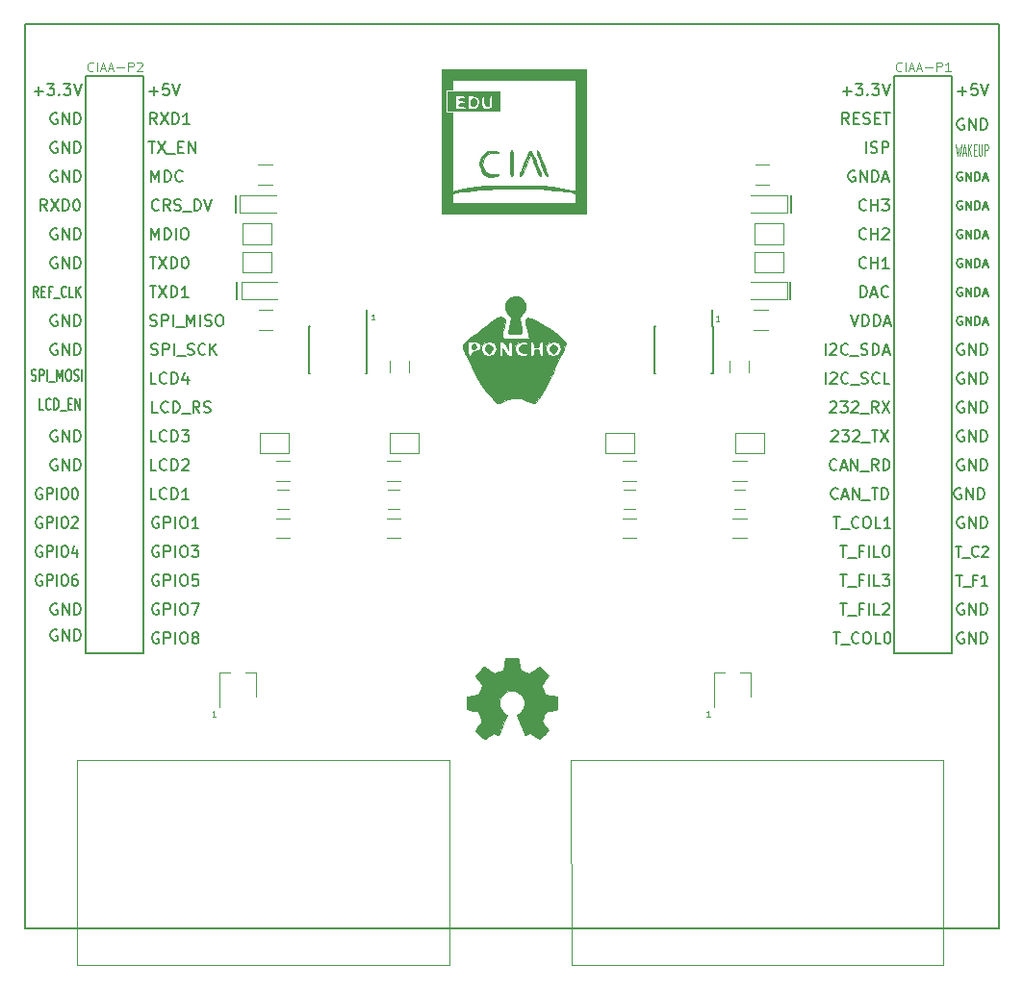
<source format=gbr>
G04 #@! TF.FileFunction,Legend,Top*
%FSLAX46Y46*%
G04 Gerber Fmt 4.6, Leading zero omitted, Abs format (unit mm)*
G04 Created by KiCad (PCBNEW 4.0.7-e2-6376~58~ubuntu16.04.1) date Tue Nov 20 12:23:16 2018*
%MOMM*%
%LPD*%
G01*
G04 APERTURE LIST*
%ADD10C,0.100000*%
%ADD11C,0.200000*%
%ADD12C,0.150000*%
%ADD13C,0.120000*%
%ADD14C,0.002540*%
%ADD15C,0.170000*%
%ADD16C,0.175000*%
%ADD17C,0.180000*%
%ADD18C,0.190000*%
%ADD19C,0.125000*%
G04 APERTURE END LIST*
D10*
X126042857Y-115326190D02*
X125757143Y-115326190D01*
X125900000Y-115326190D02*
X125900000Y-114826190D01*
X125852381Y-114897619D01*
X125804762Y-114945238D01*
X125757143Y-114969048D01*
X82542857Y-115326190D02*
X82257143Y-115326190D01*
X82400000Y-115326190D02*
X82400000Y-114826190D01*
X82352381Y-114897619D01*
X82304762Y-114945238D01*
X82257143Y-114969048D01*
X96542857Y-80426190D02*
X96257143Y-80426190D01*
X96400000Y-80426190D02*
X96400000Y-79926190D01*
X96352381Y-79997619D01*
X96304762Y-80045238D01*
X96257143Y-80069048D01*
X126842857Y-80526190D02*
X126557143Y-80526190D01*
X126700000Y-80526190D02*
X126700000Y-80026190D01*
X126652381Y-80097619D01*
X126604762Y-80145238D01*
X126557143Y-80169048D01*
D11*
X84400000Y-77100000D02*
X84400000Y-78600000D01*
X133100000Y-77100000D02*
X133100000Y-78600000D01*
X84300000Y-69500000D02*
X84300000Y-71000000D01*
X133200000Y-69500000D02*
X133200000Y-71000000D01*
D12*
X151500000Y-133950000D02*
X65800000Y-133950000D01*
X65800000Y-133950000D02*
X65800000Y-54395000D01*
X151500000Y-54395000D02*
X151500000Y-133950000D01*
X65800000Y-54395000D02*
X151500000Y-54395000D01*
D13*
X86350000Y-79570000D02*
X87550000Y-79570000D01*
X87550000Y-81330000D02*
X86350000Y-81330000D01*
X131200000Y-68530000D02*
X130000000Y-68530000D01*
X130000000Y-66770000D02*
X131200000Y-66770000D01*
X88000000Y-78600000D02*
X84800000Y-78600000D01*
X84800000Y-77100000D02*
X88000000Y-77100000D01*
X84800000Y-77100000D02*
X84800000Y-78600000D01*
X129600000Y-69500000D02*
X132800000Y-69500000D01*
X132800000Y-71000000D02*
X129600000Y-71000000D01*
X132800000Y-71000000D02*
X132800000Y-69500000D01*
D14*
G36*
X115150000Y-71100000D02*
X114220360Y-71100000D01*
X114220360Y-69550600D01*
X114217820Y-69487100D01*
X114217820Y-69146740D01*
X114217820Y-64239460D01*
X114217820Y-59329640D01*
X108800000Y-59329640D01*
X103379640Y-59329640D01*
X103379640Y-59753820D01*
X103379640Y-60178000D01*
X103085000Y-60178000D01*
X102787820Y-60178000D01*
X102787820Y-61194000D01*
X102787820Y-62210000D01*
X103085000Y-62210000D01*
X103379640Y-62210000D01*
X103379640Y-65677100D01*
X103379640Y-69146740D01*
X103585380Y-69068000D01*
X103740320Y-69027360D01*
X104027340Y-68968940D01*
X104408340Y-68897820D01*
X104847760Y-68821620D01*
X105002700Y-68796220D01*
X105376080Y-68737800D01*
X105718980Y-68694620D01*
X106059340Y-68659060D01*
X106425100Y-68633660D01*
X106844200Y-68618420D01*
X107344580Y-68608260D01*
X107954180Y-68603180D01*
X108703480Y-68600640D01*
X108800000Y-68600640D01*
X109564540Y-68603180D01*
X110189380Y-68608260D01*
X110702460Y-68615880D01*
X111129180Y-68633660D01*
X111500020Y-68656520D01*
X111840380Y-68689540D01*
X112180740Y-68732720D01*
X112549040Y-68788600D01*
X112594760Y-68796220D01*
X113044340Y-68872420D01*
X113450740Y-68946080D01*
X113773320Y-69009580D01*
X113976520Y-69057840D01*
X114012080Y-69068000D01*
X114217820Y-69146740D01*
X114217820Y-69487100D01*
X114215280Y-69426140D01*
X114182260Y-69334700D01*
X114098440Y-69266120D01*
X113946040Y-69212780D01*
X113704740Y-69167060D01*
X113351680Y-69121340D01*
X112866540Y-69065460D01*
X112396640Y-69014660D01*
X111746400Y-68953700D01*
X111002180Y-68910520D01*
X110146200Y-68882580D01*
X109150520Y-68872420D01*
X108800000Y-68869880D01*
X107908460Y-68874960D01*
X107143920Y-68887660D01*
X106465740Y-68915600D01*
X105833280Y-68956240D01*
X105203360Y-69017200D01*
X104535340Y-69095940D01*
X104037500Y-69164520D01*
X103379640Y-69255960D01*
X103379640Y-69710620D01*
X103379640Y-70167820D01*
X108800000Y-70167820D01*
X114217820Y-70167820D01*
X114217820Y-69710620D01*
X114220360Y-69550600D01*
X114220360Y-71100000D01*
X108800000Y-71100000D01*
X102450000Y-71100000D01*
X102450000Y-64750000D01*
X102450000Y-58400000D01*
X108800000Y-58400000D01*
X115150000Y-58400000D01*
X115150000Y-64750000D01*
X115150000Y-71100000D01*
X115150000Y-71100000D01*
X115150000Y-71100000D01*
G37*
X115150000Y-71100000D02*
X114220360Y-71100000D01*
X114220360Y-69550600D01*
X114217820Y-69487100D01*
X114217820Y-69146740D01*
X114217820Y-64239460D01*
X114217820Y-59329640D01*
X108800000Y-59329640D01*
X103379640Y-59329640D01*
X103379640Y-59753820D01*
X103379640Y-60178000D01*
X103085000Y-60178000D01*
X102787820Y-60178000D01*
X102787820Y-61194000D01*
X102787820Y-62210000D01*
X103085000Y-62210000D01*
X103379640Y-62210000D01*
X103379640Y-65677100D01*
X103379640Y-69146740D01*
X103585380Y-69068000D01*
X103740320Y-69027360D01*
X104027340Y-68968940D01*
X104408340Y-68897820D01*
X104847760Y-68821620D01*
X105002700Y-68796220D01*
X105376080Y-68737800D01*
X105718980Y-68694620D01*
X106059340Y-68659060D01*
X106425100Y-68633660D01*
X106844200Y-68618420D01*
X107344580Y-68608260D01*
X107954180Y-68603180D01*
X108703480Y-68600640D01*
X108800000Y-68600640D01*
X109564540Y-68603180D01*
X110189380Y-68608260D01*
X110702460Y-68615880D01*
X111129180Y-68633660D01*
X111500020Y-68656520D01*
X111840380Y-68689540D01*
X112180740Y-68732720D01*
X112549040Y-68788600D01*
X112594760Y-68796220D01*
X113044340Y-68872420D01*
X113450740Y-68946080D01*
X113773320Y-69009580D01*
X113976520Y-69057840D01*
X114012080Y-69068000D01*
X114217820Y-69146740D01*
X114217820Y-69487100D01*
X114215280Y-69426140D01*
X114182260Y-69334700D01*
X114098440Y-69266120D01*
X113946040Y-69212780D01*
X113704740Y-69167060D01*
X113351680Y-69121340D01*
X112866540Y-69065460D01*
X112396640Y-69014660D01*
X111746400Y-68953700D01*
X111002180Y-68910520D01*
X110146200Y-68882580D01*
X109150520Y-68872420D01*
X108800000Y-68869880D01*
X107908460Y-68874960D01*
X107143920Y-68887660D01*
X106465740Y-68915600D01*
X105833280Y-68956240D01*
X105203360Y-69017200D01*
X104535340Y-69095940D01*
X104037500Y-69164520D01*
X103379640Y-69255960D01*
X103379640Y-69710620D01*
X103379640Y-70167820D01*
X108800000Y-70167820D01*
X114217820Y-70167820D01*
X114217820Y-69710620D01*
X114220360Y-69550600D01*
X114220360Y-71100000D01*
X108800000Y-71100000D01*
X102450000Y-71100000D01*
X102450000Y-64750000D01*
X102450000Y-58400000D01*
X108800000Y-58400000D01*
X115150000Y-58400000D01*
X115150000Y-64750000D01*
X115150000Y-71100000D01*
X115150000Y-71100000D01*
G36*
X107436020Y-67698940D02*
X107380140Y-67742120D01*
X107217580Y-67792920D01*
X106968660Y-67828480D01*
X106714660Y-67838640D01*
X106559720Y-67823400D01*
X106206660Y-67648140D01*
X105952660Y-67340800D01*
X105879000Y-67185860D01*
X105782480Y-66736280D01*
X105851060Y-66309560D01*
X106084740Y-65915860D01*
X106133000Y-65862520D01*
X106308260Y-65687260D01*
X106465740Y-65595820D01*
X106676560Y-65560260D01*
X106897540Y-65555180D01*
X107220120Y-65572960D01*
X107395380Y-65626300D01*
X107420780Y-65659320D01*
X107397920Y-65720280D01*
X107248060Y-65732980D01*
X107090580Y-65717740D01*
X106712120Y-65740600D01*
X106402240Y-65893000D01*
X106171100Y-66141920D01*
X106041560Y-66454340D01*
X106021240Y-66799780D01*
X106125380Y-67145220D01*
X106323500Y-67414460D01*
X106480980Y-67551620D01*
X106641000Y-67612580D01*
X106869600Y-67617660D01*
X106999140Y-67607500D01*
X107281080Y-67599880D01*
X107430940Y-67632900D01*
X107436020Y-67698940D01*
X107436020Y-67698940D01*
X107436020Y-67698940D01*
G37*
X107436020Y-67698940D02*
X107380140Y-67742120D01*
X107217580Y-67792920D01*
X106968660Y-67828480D01*
X106714660Y-67838640D01*
X106559720Y-67823400D01*
X106206660Y-67648140D01*
X105952660Y-67340800D01*
X105879000Y-67185860D01*
X105782480Y-66736280D01*
X105851060Y-66309560D01*
X106084740Y-65915860D01*
X106133000Y-65862520D01*
X106308260Y-65687260D01*
X106465740Y-65595820D01*
X106676560Y-65560260D01*
X106897540Y-65555180D01*
X107220120Y-65572960D01*
X107395380Y-65626300D01*
X107420780Y-65659320D01*
X107397920Y-65720280D01*
X107248060Y-65732980D01*
X107090580Y-65717740D01*
X106712120Y-65740600D01*
X106402240Y-65893000D01*
X106171100Y-66141920D01*
X106041560Y-66454340D01*
X106021240Y-66799780D01*
X106125380Y-67145220D01*
X106323500Y-67414460D01*
X106480980Y-67551620D01*
X106641000Y-67612580D01*
X106869600Y-67617660D01*
X106999140Y-67607500D01*
X107281080Y-67599880D01*
X107430940Y-67632900D01*
X107436020Y-67698940D01*
X107436020Y-67698940D01*
G36*
X108713640Y-66655000D02*
X108711100Y-67122360D01*
X108700940Y-67444940D01*
X108680620Y-67650680D01*
X108650140Y-67757360D01*
X108601880Y-67795460D01*
X108586640Y-67798000D01*
X108535840Y-67772600D01*
X108500280Y-67683700D01*
X108477420Y-67505900D01*
X108464720Y-67213800D01*
X108459640Y-66782000D01*
X108459640Y-66655000D01*
X108462180Y-66185100D01*
X108472340Y-65862520D01*
X108492660Y-65656780D01*
X108525680Y-65550100D01*
X108573940Y-65512000D01*
X108586640Y-65512000D01*
X108639980Y-65534860D01*
X108675540Y-65623760D01*
X108698400Y-65801560D01*
X108708560Y-66093660D01*
X108713640Y-66525460D01*
X108713640Y-66655000D01*
X108713640Y-66655000D01*
X108713640Y-66655000D01*
G37*
X108713640Y-66655000D02*
X108711100Y-67122360D01*
X108700940Y-67444940D01*
X108680620Y-67650680D01*
X108650140Y-67757360D01*
X108601880Y-67795460D01*
X108586640Y-67798000D01*
X108535840Y-67772600D01*
X108500280Y-67683700D01*
X108477420Y-67505900D01*
X108464720Y-67213800D01*
X108459640Y-66782000D01*
X108459640Y-66655000D01*
X108462180Y-66185100D01*
X108472340Y-65862520D01*
X108492660Y-65656780D01*
X108525680Y-65550100D01*
X108573940Y-65512000D01*
X108586640Y-65512000D01*
X108639980Y-65534860D01*
X108675540Y-65623760D01*
X108698400Y-65801560D01*
X108708560Y-66093660D01*
X108713640Y-66525460D01*
X108713640Y-66655000D01*
X108713640Y-66655000D01*
G36*
X111202840Y-67785300D02*
X111103780Y-67803080D01*
X110976780Y-67653220D01*
X110821840Y-67343340D01*
X110636420Y-66870900D01*
X110608480Y-66787080D01*
X110476400Y-66421320D01*
X110362100Y-66121600D01*
X110278280Y-65920940D01*
X110237640Y-65849820D01*
X110194460Y-65926020D01*
X110108100Y-66129220D01*
X109991260Y-66431480D01*
X109856640Y-66799780D01*
X109856640Y-66802320D01*
X109678840Y-67272220D01*
X109536600Y-67584640D01*
X109424840Y-67749740D01*
X109374040Y-67780220D01*
X109305460Y-67775140D01*
X109292760Y-67709100D01*
X109338480Y-67546540D01*
X109445160Y-67272220D01*
X109589940Y-66906460D01*
X109752500Y-66477200D01*
X109884580Y-66121600D01*
X110031900Y-65766000D01*
X110151280Y-65572960D01*
X110235100Y-65529780D01*
X110298600Y-65611060D01*
X110407820Y-65811720D01*
X110547520Y-66103820D01*
X110702460Y-66449260D01*
X110859940Y-66815020D01*
X111004720Y-67165540D01*
X111119020Y-67465260D01*
X111190140Y-67683700D01*
X111202840Y-67785300D01*
X111202840Y-67785300D01*
X111202840Y-67785300D01*
G37*
X111202840Y-67785300D02*
X111103780Y-67803080D01*
X110976780Y-67653220D01*
X110821840Y-67343340D01*
X110636420Y-66870900D01*
X110608480Y-66787080D01*
X110476400Y-66421320D01*
X110362100Y-66121600D01*
X110278280Y-65920940D01*
X110237640Y-65849820D01*
X110194460Y-65926020D01*
X110108100Y-66129220D01*
X109991260Y-66431480D01*
X109856640Y-66799780D01*
X109856640Y-66802320D01*
X109678840Y-67272220D01*
X109536600Y-67584640D01*
X109424840Y-67749740D01*
X109374040Y-67780220D01*
X109305460Y-67775140D01*
X109292760Y-67709100D01*
X109338480Y-67546540D01*
X109445160Y-67272220D01*
X109589940Y-66906460D01*
X109752500Y-66477200D01*
X109884580Y-66121600D01*
X110031900Y-65766000D01*
X110151280Y-65572960D01*
X110235100Y-65529780D01*
X110298600Y-65611060D01*
X110407820Y-65811720D01*
X110547520Y-66103820D01*
X110702460Y-66449260D01*
X110859940Y-66815020D01*
X111004720Y-67165540D01*
X111119020Y-67465260D01*
X111190140Y-67683700D01*
X111202840Y-67785300D01*
X111202840Y-67785300D01*
G36*
X111761640Y-67737040D02*
X111695600Y-67792920D01*
X111652420Y-67798000D01*
X111583840Y-67721800D01*
X111472080Y-67508440D01*
X111329840Y-67185860D01*
X111169820Y-66779460D01*
X111136800Y-66690560D01*
X110951380Y-66164780D01*
X110837080Y-65791400D01*
X110791360Y-65567880D01*
X110816760Y-65494220D01*
X110905660Y-65557720D01*
X110959000Y-65661860D01*
X111055520Y-65882840D01*
X111182520Y-66192720D01*
X111324760Y-66545780D01*
X111469540Y-66911540D01*
X111596540Y-67249360D01*
X111698140Y-67526220D01*
X111754020Y-67698940D01*
X111761640Y-67737040D01*
X111761640Y-67737040D01*
X111761640Y-67737040D01*
G37*
X111761640Y-67737040D02*
X111695600Y-67792920D01*
X111652420Y-67798000D01*
X111583840Y-67721800D01*
X111472080Y-67508440D01*
X111329840Y-67185860D01*
X111169820Y-66779460D01*
X111136800Y-66690560D01*
X110951380Y-66164780D01*
X110837080Y-65791400D01*
X110791360Y-65567880D01*
X110816760Y-65494220D01*
X110905660Y-65557720D01*
X110959000Y-65661860D01*
X111055520Y-65882840D01*
X111182520Y-66192720D01*
X111324760Y-66545780D01*
X111469540Y-66911540D01*
X111596540Y-67249360D01*
X111698140Y-67526220D01*
X111754020Y-67698940D01*
X111761640Y-67737040D01*
X111761640Y-67737040D01*
G36*
X107530000Y-62039820D02*
X106851820Y-62039820D01*
X106851820Y-61176220D01*
X106841660Y-60886660D01*
X106803560Y-60734260D01*
X106732440Y-60686000D01*
X106724820Y-60686000D01*
X106648620Y-60726640D01*
X106607980Y-60871420D01*
X106597820Y-61153360D01*
X106597820Y-61155900D01*
X106592740Y-61425140D01*
X106564800Y-61562300D01*
X106501300Y-61605480D01*
X106407320Y-61600400D01*
X106293020Y-61562300D01*
X106229520Y-61460700D01*
X106199040Y-61252420D01*
X106191420Y-61130500D01*
X106158400Y-60846020D01*
X106099980Y-60708860D01*
X106041560Y-60686000D01*
X105970440Y-60759660D01*
X105929800Y-60947620D01*
X105917100Y-61199080D01*
X105937420Y-61455620D01*
X105990760Y-61668980D01*
X106008540Y-61707080D01*
X106153320Y-61823920D01*
X106381920Y-61872180D01*
X106613060Y-61844240D01*
X106750220Y-61768040D01*
X106806100Y-61633420D01*
X106841660Y-61389580D01*
X106851820Y-61176220D01*
X106851820Y-62039820D01*
X105713900Y-62039820D01*
X105713900Y-61328620D01*
X105706280Y-61102560D01*
X105594520Y-60861260D01*
X105371000Y-60724100D01*
X105035720Y-60686000D01*
X104736000Y-60686000D01*
X104736000Y-61277820D01*
X104736000Y-61869640D01*
X105053500Y-61869640D01*
X105284640Y-61851860D01*
X105447200Y-61813760D01*
X105462440Y-61806140D01*
X105627540Y-61608020D01*
X105713900Y-61328620D01*
X105713900Y-62039820D01*
X105244000Y-62039820D01*
X104565820Y-62039820D01*
X104565820Y-61742640D01*
X104509940Y-61653740D01*
X104324520Y-61618180D01*
X104228000Y-61615640D01*
X103991780Y-61595320D01*
X103895260Y-61526740D01*
X103887640Y-61488640D01*
X103951140Y-61394660D01*
X104156880Y-61361640D01*
X104184820Y-61361640D01*
X104403260Y-61333700D01*
X104479460Y-61247340D01*
X104482000Y-61234640D01*
X104415960Y-61140660D01*
X104210220Y-61107640D01*
X104184820Y-61107640D01*
X103989240Y-61087320D01*
X103890180Y-61033980D01*
X103887640Y-61023820D01*
X103961300Y-60967940D01*
X104146720Y-60940000D01*
X104184820Y-60940000D01*
X104403260Y-60912060D01*
X104479460Y-60823160D01*
X104482000Y-60813000D01*
X104436280Y-60731720D01*
X104278800Y-60693620D01*
X104057820Y-60686000D01*
X103633640Y-60686000D01*
X103633640Y-61277820D01*
X103633640Y-61869640D01*
X104101000Y-61869640D01*
X104380400Y-61859480D01*
X104525180Y-61818840D01*
X104565820Y-61742640D01*
X104565820Y-62039820D01*
X102958000Y-62039820D01*
X102958000Y-61194000D01*
X102958000Y-60345640D01*
X105244000Y-60345640D01*
X107530000Y-60345640D01*
X107530000Y-61194000D01*
X107530000Y-62039820D01*
X107530000Y-62039820D01*
X107530000Y-62039820D01*
G37*
X107530000Y-62039820D02*
X106851820Y-62039820D01*
X106851820Y-61176220D01*
X106841660Y-60886660D01*
X106803560Y-60734260D01*
X106732440Y-60686000D01*
X106724820Y-60686000D01*
X106648620Y-60726640D01*
X106607980Y-60871420D01*
X106597820Y-61153360D01*
X106597820Y-61155900D01*
X106592740Y-61425140D01*
X106564800Y-61562300D01*
X106501300Y-61605480D01*
X106407320Y-61600400D01*
X106293020Y-61562300D01*
X106229520Y-61460700D01*
X106199040Y-61252420D01*
X106191420Y-61130500D01*
X106158400Y-60846020D01*
X106099980Y-60708860D01*
X106041560Y-60686000D01*
X105970440Y-60759660D01*
X105929800Y-60947620D01*
X105917100Y-61199080D01*
X105937420Y-61455620D01*
X105990760Y-61668980D01*
X106008540Y-61707080D01*
X106153320Y-61823920D01*
X106381920Y-61872180D01*
X106613060Y-61844240D01*
X106750220Y-61768040D01*
X106806100Y-61633420D01*
X106841660Y-61389580D01*
X106851820Y-61176220D01*
X106851820Y-62039820D01*
X105713900Y-62039820D01*
X105713900Y-61328620D01*
X105706280Y-61102560D01*
X105594520Y-60861260D01*
X105371000Y-60724100D01*
X105035720Y-60686000D01*
X104736000Y-60686000D01*
X104736000Y-61277820D01*
X104736000Y-61869640D01*
X105053500Y-61869640D01*
X105284640Y-61851860D01*
X105447200Y-61813760D01*
X105462440Y-61806140D01*
X105627540Y-61608020D01*
X105713900Y-61328620D01*
X105713900Y-62039820D01*
X105244000Y-62039820D01*
X104565820Y-62039820D01*
X104565820Y-61742640D01*
X104509940Y-61653740D01*
X104324520Y-61618180D01*
X104228000Y-61615640D01*
X103991780Y-61595320D01*
X103895260Y-61526740D01*
X103887640Y-61488640D01*
X103951140Y-61394660D01*
X104156880Y-61361640D01*
X104184820Y-61361640D01*
X104403260Y-61333700D01*
X104479460Y-61247340D01*
X104482000Y-61234640D01*
X104415960Y-61140660D01*
X104210220Y-61107640D01*
X104184820Y-61107640D01*
X103989240Y-61087320D01*
X103890180Y-61033980D01*
X103887640Y-61023820D01*
X103961300Y-60967940D01*
X104146720Y-60940000D01*
X104184820Y-60940000D01*
X104403260Y-60912060D01*
X104479460Y-60823160D01*
X104482000Y-60813000D01*
X104436280Y-60731720D01*
X104278800Y-60693620D01*
X104057820Y-60686000D01*
X103633640Y-60686000D01*
X103633640Y-61277820D01*
X103633640Y-61869640D01*
X104101000Y-61869640D01*
X104380400Y-61859480D01*
X104525180Y-61818840D01*
X104565820Y-61742640D01*
X104565820Y-62039820D01*
X102958000Y-62039820D01*
X102958000Y-61194000D01*
X102958000Y-60345640D01*
X105244000Y-60345640D01*
X107530000Y-60345640D01*
X107530000Y-61194000D01*
X107530000Y-62039820D01*
X107530000Y-62039820D01*
G36*
X105462440Y-61150820D02*
X105457360Y-61392120D01*
X105330360Y-61562300D01*
X105147480Y-61615640D01*
X105043340Y-61582620D01*
X104997620Y-61458160D01*
X104990000Y-61277820D01*
X105000160Y-61059380D01*
X105056040Y-60962860D01*
X105183040Y-60940000D01*
X105198280Y-60940000D01*
X105378620Y-60990800D01*
X105462440Y-61150820D01*
X105462440Y-61150820D01*
X105462440Y-61150820D01*
G37*
X105462440Y-61150820D02*
X105457360Y-61392120D01*
X105330360Y-61562300D01*
X105147480Y-61615640D01*
X105043340Y-61582620D01*
X104997620Y-61458160D01*
X104990000Y-61277820D01*
X105000160Y-61059380D01*
X105056040Y-60962860D01*
X105183040Y-60940000D01*
X105198280Y-60940000D01*
X105378620Y-60990800D01*
X105462440Y-61150820D01*
X105462440Y-61150820D01*
G36*
X106176840Y-117341560D02*
X106217480Y-117321240D01*
X106311460Y-117262820D01*
X106446080Y-117173920D01*
X106603560Y-117069780D01*
X106761040Y-116960560D01*
X106890580Y-116874200D01*
X106982020Y-116815780D01*
X107020120Y-116795460D01*
X107040440Y-116800540D01*
X107116640Y-116838640D01*
X107225860Y-116894520D01*
X107289360Y-116927540D01*
X107388420Y-116970720D01*
X107439220Y-116980880D01*
X107446840Y-116965640D01*
X107484940Y-116889440D01*
X107540820Y-116757360D01*
X107617020Y-116584640D01*
X107703380Y-116381440D01*
X107797360Y-116163000D01*
X107888800Y-115939480D01*
X107977700Y-115726120D01*
X108056440Y-115535620D01*
X108119940Y-115380680D01*
X108160580Y-115271460D01*
X108175820Y-115225740D01*
X108170740Y-115215580D01*
X108119940Y-115167320D01*
X108033580Y-115101280D01*
X107843080Y-114946340D01*
X107657660Y-114712660D01*
X107543360Y-114448500D01*
X107505260Y-114153860D01*
X107538280Y-113882080D01*
X107644960Y-113620460D01*
X107827840Y-113384240D01*
X108048820Y-113208980D01*
X108307900Y-113097220D01*
X108600000Y-113061660D01*
X108879400Y-113092140D01*
X109146100Y-113198820D01*
X109382320Y-113379160D01*
X109481380Y-113493460D01*
X109618540Y-113732220D01*
X109697280Y-113988760D01*
X109704900Y-114052260D01*
X109694740Y-114334200D01*
X109610920Y-114603440D01*
X109463600Y-114844740D01*
X109257860Y-115040320D01*
X109229920Y-115060640D01*
X109135940Y-115131760D01*
X109072440Y-115180020D01*
X109021640Y-115220660D01*
X109379780Y-116081720D01*
X109435660Y-116218880D01*
X109534720Y-116455100D01*
X109621080Y-116658300D01*
X109689660Y-116818320D01*
X109737920Y-116927540D01*
X109758240Y-116970720D01*
X109760780Y-116973260D01*
X109791260Y-116978340D01*
X109857300Y-116952940D01*
X109976680Y-116894520D01*
X110057960Y-116853880D01*
X110149400Y-116810700D01*
X110190040Y-116795460D01*
X110225600Y-116813240D01*
X110311960Y-116871660D01*
X110441500Y-116955480D01*
X110593900Y-117059620D01*
X110741220Y-117161220D01*
X110875840Y-117250120D01*
X110974900Y-117311080D01*
X111023160Y-117339020D01*
X111030780Y-117339020D01*
X111071420Y-117313620D01*
X111150160Y-117250120D01*
X111267000Y-117138360D01*
X111432100Y-116975800D01*
X111457500Y-116950400D01*
X111594660Y-116810700D01*
X111706420Y-116693860D01*
X111780080Y-116612580D01*
X111805480Y-116574480D01*
X111805480Y-116574480D01*
X111782620Y-116526220D01*
X111719120Y-116429700D01*
X111630220Y-116292540D01*
X111521000Y-116132520D01*
X111236520Y-115718500D01*
X111394000Y-115327340D01*
X111442260Y-115207960D01*
X111503220Y-115063180D01*
X111546400Y-114959040D01*
X111571800Y-114913320D01*
X111612440Y-114898080D01*
X111721660Y-114872680D01*
X111876600Y-114839660D01*
X112059480Y-114806640D01*
X112237280Y-114773620D01*
X112397300Y-114743140D01*
X112511600Y-114720280D01*
X112562400Y-114710120D01*
X112575100Y-114702500D01*
X112585260Y-114677100D01*
X112592880Y-114623760D01*
X112595420Y-114527240D01*
X112597960Y-114374840D01*
X112597960Y-114153860D01*
X112597960Y-114131000D01*
X112595420Y-113920180D01*
X112592880Y-113752540D01*
X112587800Y-113643320D01*
X112580180Y-113600140D01*
X112580180Y-113600140D01*
X112529380Y-113587440D01*
X112417620Y-113564580D01*
X112257600Y-113531560D01*
X112067100Y-113496000D01*
X112056940Y-113493460D01*
X111866440Y-113457900D01*
X111708960Y-113424880D01*
X111597200Y-113399480D01*
X111551480Y-113384240D01*
X111541320Y-113371540D01*
X111503220Y-113297880D01*
X111447340Y-113181040D01*
X111386380Y-113036260D01*
X111322880Y-112888940D01*
X111269540Y-112754320D01*
X111233980Y-112655260D01*
X111223820Y-112609540D01*
X111223820Y-112609540D01*
X111251760Y-112563820D01*
X111317800Y-112464760D01*
X111409240Y-112330140D01*
X111521000Y-112167580D01*
X111528620Y-112154880D01*
X111637840Y-111994860D01*
X111726740Y-111860240D01*
X111785160Y-111763720D01*
X111805480Y-111720540D01*
X111805480Y-111718000D01*
X111769920Y-111669740D01*
X111688640Y-111580840D01*
X111571800Y-111458920D01*
X111432100Y-111316680D01*
X111386380Y-111273500D01*
X111231440Y-111121100D01*
X111124760Y-111022040D01*
X111056180Y-110968700D01*
X111023160Y-110956000D01*
X111023160Y-110958540D01*
X110974900Y-110986480D01*
X110873300Y-111052520D01*
X110736140Y-111146500D01*
X110573580Y-111255720D01*
X110563420Y-111263340D01*
X110403400Y-111372560D01*
X110271320Y-111461460D01*
X110174800Y-111524960D01*
X110134160Y-111550360D01*
X110126540Y-111550360D01*
X110063040Y-111530040D01*
X109948740Y-111491940D01*
X109809040Y-111436060D01*
X109661720Y-111377640D01*
X109527100Y-111321760D01*
X109425500Y-111273500D01*
X109377240Y-111248100D01*
X109377240Y-111245560D01*
X109359460Y-111187140D01*
X109331520Y-111067760D01*
X109298500Y-110902660D01*
X109260400Y-110707080D01*
X109255320Y-110676600D01*
X109219760Y-110486100D01*
X109189280Y-110328620D01*
X109166420Y-110219400D01*
X109153720Y-110173680D01*
X109128320Y-110168600D01*
X109034340Y-110160980D01*
X108892100Y-110158440D01*
X108719380Y-110155900D01*
X108539040Y-110158440D01*
X108363780Y-110160980D01*
X108211380Y-110166060D01*
X108104700Y-110173680D01*
X108058980Y-110183840D01*
X108056440Y-110186380D01*
X108041200Y-110244800D01*
X108015800Y-110364180D01*
X107980240Y-110529280D01*
X107942140Y-110727400D01*
X107937060Y-110760420D01*
X107901500Y-110950920D01*
X107868480Y-111105860D01*
X107845620Y-111215080D01*
X107832920Y-111255720D01*
X107817680Y-111265880D01*
X107738940Y-111298900D01*
X107611940Y-111352240D01*
X107451920Y-111415740D01*
X107086160Y-111565600D01*
X106639120Y-111255720D01*
X106595940Y-111227780D01*
X106435920Y-111118560D01*
X106301300Y-111029660D01*
X106209860Y-110971240D01*
X106171760Y-110948380D01*
X106169220Y-110950920D01*
X106123500Y-110989020D01*
X106034600Y-111072840D01*
X105912680Y-111192220D01*
X105772980Y-111331920D01*
X105668840Y-111436060D01*
X105544380Y-111563060D01*
X105465640Y-111646880D01*
X105422460Y-111702760D01*
X105407220Y-111735780D01*
X105412300Y-111756100D01*
X105440240Y-111801820D01*
X105506280Y-111900880D01*
X105597720Y-112038040D01*
X105706940Y-112195520D01*
X105798380Y-112330140D01*
X105894900Y-112480000D01*
X105958400Y-112586680D01*
X105981260Y-112640020D01*
X105976180Y-112662880D01*
X105943160Y-112749240D01*
X105889820Y-112883860D01*
X105823780Y-113041340D01*
X105666300Y-113396940D01*
X105432620Y-113440120D01*
X105292920Y-113468060D01*
X105094800Y-113506160D01*
X104906840Y-113541720D01*
X104612200Y-113600140D01*
X104602040Y-114682180D01*
X104647760Y-114702500D01*
X104690940Y-114715200D01*
X104800160Y-114738060D01*
X104955100Y-114768540D01*
X105140520Y-114804100D01*
X105295460Y-114834580D01*
X105455480Y-114862520D01*
X105567240Y-114885380D01*
X105618040Y-114895540D01*
X105630740Y-114913320D01*
X105671380Y-114989520D01*
X105727260Y-115111440D01*
X105788220Y-115258760D01*
X105851720Y-115408620D01*
X105907600Y-115548320D01*
X105948240Y-115655000D01*
X105960940Y-115710880D01*
X105940620Y-115754060D01*
X105879660Y-115845500D01*
X105793300Y-115977580D01*
X105686620Y-116135060D01*
X105577400Y-116292540D01*
X105488500Y-116427160D01*
X105425000Y-116523680D01*
X105399600Y-116566860D01*
X105412300Y-116597340D01*
X105473260Y-116673540D01*
X105592640Y-116795460D01*
X105767900Y-116970720D01*
X105798380Y-116998660D01*
X105938080Y-117133280D01*
X106057460Y-117242500D01*
X106138740Y-117316160D01*
X106176840Y-117341560D01*
X106176840Y-117341560D01*
G37*
X106176840Y-117341560D02*
X106217480Y-117321240D01*
X106311460Y-117262820D01*
X106446080Y-117173920D01*
X106603560Y-117069780D01*
X106761040Y-116960560D01*
X106890580Y-116874200D01*
X106982020Y-116815780D01*
X107020120Y-116795460D01*
X107040440Y-116800540D01*
X107116640Y-116838640D01*
X107225860Y-116894520D01*
X107289360Y-116927540D01*
X107388420Y-116970720D01*
X107439220Y-116980880D01*
X107446840Y-116965640D01*
X107484940Y-116889440D01*
X107540820Y-116757360D01*
X107617020Y-116584640D01*
X107703380Y-116381440D01*
X107797360Y-116163000D01*
X107888800Y-115939480D01*
X107977700Y-115726120D01*
X108056440Y-115535620D01*
X108119940Y-115380680D01*
X108160580Y-115271460D01*
X108175820Y-115225740D01*
X108170740Y-115215580D01*
X108119940Y-115167320D01*
X108033580Y-115101280D01*
X107843080Y-114946340D01*
X107657660Y-114712660D01*
X107543360Y-114448500D01*
X107505260Y-114153860D01*
X107538280Y-113882080D01*
X107644960Y-113620460D01*
X107827840Y-113384240D01*
X108048820Y-113208980D01*
X108307900Y-113097220D01*
X108600000Y-113061660D01*
X108879400Y-113092140D01*
X109146100Y-113198820D01*
X109382320Y-113379160D01*
X109481380Y-113493460D01*
X109618540Y-113732220D01*
X109697280Y-113988760D01*
X109704900Y-114052260D01*
X109694740Y-114334200D01*
X109610920Y-114603440D01*
X109463600Y-114844740D01*
X109257860Y-115040320D01*
X109229920Y-115060640D01*
X109135940Y-115131760D01*
X109072440Y-115180020D01*
X109021640Y-115220660D01*
X109379780Y-116081720D01*
X109435660Y-116218880D01*
X109534720Y-116455100D01*
X109621080Y-116658300D01*
X109689660Y-116818320D01*
X109737920Y-116927540D01*
X109758240Y-116970720D01*
X109760780Y-116973260D01*
X109791260Y-116978340D01*
X109857300Y-116952940D01*
X109976680Y-116894520D01*
X110057960Y-116853880D01*
X110149400Y-116810700D01*
X110190040Y-116795460D01*
X110225600Y-116813240D01*
X110311960Y-116871660D01*
X110441500Y-116955480D01*
X110593900Y-117059620D01*
X110741220Y-117161220D01*
X110875840Y-117250120D01*
X110974900Y-117311080D01*
X111023160Y-117339020D01*
X111030780Y-117339020D01*
X111071420Y-117313620D01*
X111150160Y-117250120D01*
X111267000Y-117138360D01*
X111432100Y-116975800D01*
X111457500Y-116950400D01*
X111594660Y-116810700D01*
X111706420Y-116693860D01*
X111780080Y-116612580D01*
X111805480Y-116574480D01*
X111805480Y-116574480D01*
X111782620Y-116526220D01*
X111719120Y-116429700D01*
X111630220Y-116292540D01*
X111521000Y-116132520D01*
X111236520Y-115718500D01*
X111394000Y-115327340D01*
X111442260Y-115207960D01*
X111503220Y-115063180D01*
X111546400Y-114959040D01*
X111571800Y-114913320D01*
X111612440Y-114898080D01*
X111721660Y-114872680D01*
X111876600Y-114839660D01*
X112059480Y-114806640D01*
X112237280Y-114773620D01*
X112397300Y-114743140D01*
X112511600Y-114720280D01*
X112562400Y-114710120D01*
X112575100Y-114702500D01*
X112585260Y-114677100D01*
X112592880Y-114623760D01*
X112595420Y-114527240D01*
X112597960Y-114374840D01*
X112597960Y-114153860D01*
X112597960Y-114131000D01*
X112595420Y-113920180D01*
X112592880Y-113752540D01*
X112587800Y-113643320D01*
X112580180Y-113600140D01*
X112580180Y-113600140D01*
X112529380Y-113587440D01*
X112417620Y-113564580D01*
X112257600Y-113531560D01*
X112067100Y-113496000D01*
X112056940Y-113493460D01*
X111866440Y-113457900D01*
X111708960Y-113424880D01*
X111597200Y-113399480D01*
X111551480Y-113384240D01*
X111541320Y-113371540D01*
X111503220Y-113297880D01*
X111447340Y-113181040D01*
X111386380Y-113036260D01*
X111322880Y-112888940D01*
X111269540Y-112754320D01*
X111233980Y-112655260D01*
X111223820Y-112609540D01*
X111223820Y-112609540D01*
X111251760Y-112563820D01*
X111317800Y-112464760D01*
X111409240Y-112330140D01*
X111521000Y-112167580D01*
X111528620Y-112154880D01*
X111637840Y-111994860D01*
X111726740Y-111860240D01*
X111785160Y-111763720D01*
X111805480Y-111720540D01*
X111805480Y-111718000D01*
X111769920Y-111669740D01*
X111688640Y-111580840D01*
X111571800Y-111458920D01*
X111432100Y-111316680D01*
X111386380Y-111273500D01*
X111231440Y-111121100D01*
X111124760Y-111022040D01*
X111056180Y-110968700D01*
X111023160Y-110956000D01*
X111023160Y-110958540D01*
X110974900Y-110986480D01*
X110873300Y-111052520D01*
X110736140Y-111146500D01*
X110573580Y-111255720D01*
X110563420Y-111263340D01*
X110403400Y-111372560D01*
X110271320Y-111461460D01*
X110174800Y-111524960D01*
X110134160Y-111550360D01*
X110126540Y-111550360D01*
X110063040Y-111530040D01*
X109948740Y-111491940D01*
X109809040Y-111436060D01*
X109661720Y-111377640D01*
X109527100Y-111321760D01*
X109425500Y-111273500D01*
X109377240Y-111248100D01*
X109377240Y-111245560D01*
X109359460Y-111187140D01*
X109331520Y-111067760D01*
X109298500Y-110902660D01*
X109260400Y-110707080D01*
X109255320Y-110676600D01*
X109219760Y-110486100D01*
X109189280Y-110328620D01*
X109166420Y-110219400D01*
X109153720Y-110173680D01*
X109128320Y-110168600D01*
X109034340Y-110160980D01*
X108892100Y-110158440D01*
X108719380Y-110155900D01*
X108539040Y-110158440D01*
X108363780Y-110160980D01*
X108211380Y-110166060D01*
X108104700Y-110173680D01*
X108058980Y-110183840D01*
X108056440Y-110186380D01*
X108041200Y-110244800D01*
X108015800Y-110364180D01*
X107980240Y-110529280D01*
X107942140Y-110727400D01*
X107937060Y-110760420D01*
X107901500Y-110950920D01*
X107868480Y-111105860D01*
X107845620Y-111215080D01*
X107832920Y-111255720D01*
X107817680Y-111265880D01*
X107738940Y-111298900D01*
X107611940Y-111352240D01*
X107451920Y-111415740D01*
X107086160Y-111565600D01*
X106639120Y-111255720D01*
X106595940Y-111227780D01*
X106435920Y-111118560D01*
X106301300Y-111029660D01*
X106209860Y-110971240D01*
X106171760Y-110948380D01*
X106169220Y-110950920D01*
X106123500Y-110989020D01*
X106034600Y-111072840D01*
X105912680Y-111192220D01*
X105772980Y-111331920D01*
X105668840Y-111436060D01*
X105544380Y-111563060D01*
X105465640Y-111646880D01*
X105422460Y-111702760D01*
X105407220Y-111735780D01*
X105412300Y-111756100D01*
X105440240Y-111801820D01*
X105506280Y-111900880D01*
X105597720Y-112038040D01*
X105706940Y-112195520D01*
X105798380Y-112330140D01*
X105894900Y-112480000D01*
X105958400Y-112586680D01*
X105981260Y-112640020D01*
X105976180Y-112662880D01*
X105943160Y-112749240D01*
X105889820Y-112883860D01*
X105823780Y-113041340D01*
X105666300Y-113396940D01*
X105432620Y-113440120D01*
X105292920Y-113468060D01*
X105094800Y-113506160D01*
X104906840Y-113541720D01*
X104612200Y-113600140D01*
X104602040Y-114682180D01*
X104647760Y-114702500D01*
X104690940Y-114715200D01*
X104800160Y-114738060D01*
X104955100Y-114768540D01*
X105140520Y-114804100D01*
X105295460Y-114834580D01*
X105455480Y-114862520D01*
X105567240Y-114885380D01*
X105618040Y-114895540D01*
X105630740Y-114913320D01*
X105671380Y-114989520D01*
X105727260Y-115111440D01*
X105788220Y-115258760D01*
X105851720Y-115408620D01*
X105907600Y-115548320D01*
X105948240Y-115655000D01*
X105960940Y-115710880D01*
X105940620Y-115754060D01*
X105879660Y-115845500D01*
X105793300Y-115977580D01*
X105686620Y-116135060D01*
X105577400Y-116292540D01*
X105488500Y-116427160D01*
X105425000Y-116523680D01*
X105399600Y-116566860D01*
X105412300Y-116597340D01*
X105473260Y-116673540D01*
X105592640Y-116795460D01*
X105767900Y-116970720D01*
X105798380Y-116998660D01*
X105938080Y-117133280D01*
X106057460Y-117242500D01*
X106138740Y-117316160D01*
X106176840Y-117341560D01*
D10*
G36*
X113335714Y-82472979D02*
X113298746Y-82679891D01*
X113205012Y-82964800D01*
X113080272Y-83262897D01*
X112950281Y-83509374D01*
X112923376Y-83547413D01*
X112923376Y-82976299D01*
X112858326Y-82663062D01*
X112669112Y-82455622D01*
X112364639Y-82362329D01*
X112263636Y-82357792D01*
X111929516Y-82418777D01*
X111708248Y-82596165D01*
X111608734Y-82881608D01*
X111603896Y-82976299D01*
X111668946Y-83289536D01*
X111858159Y-83496975D01*
X112162633Y-83590269D01*
X112263636Y-83594805D01*
X112597606Y-83536492D01*
X112758441Y-83429870D01*
X112892315Y-83192030D01*
X112923376Y-82976299D01*
X112923376Y-83547413D01*
X112889856Y-83594805D01*
X112813749Y-83721925D01*
X112695220Y-83961365D01*
X112553792Y-84272585D01*
X112472876Y-84460714D01*
X112221635Y-85029272D01*
X111949718Y-85596808D01*
X111669494Y-86141693D01*
X111393334Y-86642296D01*
X111356493Y-86703955D01*
X111356493Y-82976299D01*
X111352598Y-82660064D01*
X111334834Y-82474516D01*
X111294089Y-82385476D01*
X111221247Y-82358762D01*
X111191558Y-82357792D01*
X111070831Y-82396671D01*
X111028325Y-82541331D01*
X111026623Y-82605195D01*
X111006189Y-82780430D01*
X110909798Y-82845018D01*
X110779220Y-82852598D01*
X110603985Y-82832163D01*
X110539397Y-82735773D01*
X110531818Y-82605195D01*
X110505898Y-82424104D01*
X110409459Y-82360345D01*
X110366883Y-82357792D01*
X110282553Y-82372401D01*
X110233074Y-82439012D01*
X110209330Y-82591807D01*
X110202206Y-82864964D01*
X110201948Y-82976299D01*
X110205843Y-83292533D01*
X110223606Y-83478081D01*
X110264351Y-83567122D01*
X110337193Y-83593835D01*
X110366883Y-83594805D01*
X110480559Y-83562518D01*
X110526426Y-83436472D01*
X110531818Y-83306169D01*
X110545609Y-83112245D01*
X110615564Y-83032706D01*
X110779220Y-83017533D01*
X110945441Y-83033623D01*
X111013617Y-83115237D01*
X111026623Y-83306169D01*
X111045073Y-83505103D01*
X111117099Y-83585370D01*
X111191558Y-83594805D01*
X111275887Y-83580197D01*
X111325367Y-83513586D01*
X111349111Y-83360791D01*
X111356234Y-83087634D01*
X111356493Y-82976299D01*
X111356493Y-86703955D01*
X111133610Y-87076986D01*
X110902692Y-87424132D01*
X110712952Y-87662103D01*
X110581691Y-87767512D01*
X110460102Y-87754002D01*
X110238445Y-87680892D01*
X109963465Y-87563746D01*
X109954545Y-87559546D01*
X109954545Y-83461490D01*
X109910706Y-83368405D01*
X109756623Y-83366159D01*
X109738776Y-83369422D01*
X109517011Y-83343945D01*
X109323128Y-83215310D01*
X109217755Y-83028790D01*
X109212337Y-82976299D01*
X109284303Y-82781398D01*
X109458393Y-82627991D01*
X109671896Y-82563309D01*
X109749632Y-82571645D01*
X109905982Y-82584616D01*
X109954279Y-82502533D01*
X109954545Y-82490434D01*
X109914247Y-82404720D01*
X109770303Y-82364936D01*
X109583441Y-82357792D01*
X109229195Y-82412653D01*
X108998088Y-82576882D01*
X108890717Y-82849956D01*
X108882467Y-82976299D01*
X108944642Y-83288869D01*
X109130769Y-83492787D01*
X109440252Y-83587526D01*
X109583441Y-83594805D01*
X109822962Y-83580515D01*
X109934243Y-83529291D01*
X109954545Y-83461490D01*
X109954545Y-87559546D01*
X109948315Y-87556614D01*
X109392041Y-87356938D01*
X108861238Y-87307886D01*
X108635065Y-87349843D01*
X108635065Y-82976299D01*
X108631169Y-82660064D01*
X108613406Y-82474516D01*
X108572661Y-82385476D01*
X108499819Y-82358762D01*
X108470129Y-82357792D01*
X108364651Y-82383769D01*
X108316125Y-82490106D01*
X108304414Y-82708279D01*
X108303634Y-83058766D01*
X108093571Y-82708279D01*
X107925995Y-82474431D01*
X107770269Y-82370267D01*
X107682014Y-82357792D01*
X107579505Y-82366063D01*
X107519414Y-82414024D01*
X107490429Y-82536397D01*
X107481238Y-82767906D01*
X107480519Y-82976299D01*
X107484415Y-83292533D01*
X107502178Y-83478081D01*
X107542923Y-83567122D01*
X107615765Y-83593835D01*
X107645454Y-83594805D01*
X107750932Y-83568829D01*
X107799459Y-83462492D01*
X107811169Y-83244318D01*
X107811950Y-82893831D01*
X108022012Y-83244318D01*
X108189588Y-83478167D01*
X108345315Y-83582330D01*
X108433570Y-83594805D01*
X108536078Y-83586535D01*
X108596169Y-83538574D01*
X108625154Y-83416200D01*
X108634345Y-83184692D01*
X108635065Y-82976299D01*
X108635065Y-87349843D01*
X108317590Y-87408738D01*
X108016558Y-87520415D01*
X107740534Y-87635832D01*
X107514037Y-87726797D01*
X107398052Y-87769513D01*
X107281124Y-87725399D01*
X107233116Y-87684033D01*
X107233116Y-82976299D01*
X107168066Y-82663062D01*
X106978853Y-82455622D01*
X106674380Y-82362329D01*
X106573376Y-82357792D01*
X106239257Y-82418777D01*
X106017988Y-82596165D01*
X105918475Y-82881608D01*
X105913636Y-82976299D01*
X105978686Y-83289536D01*
X106167900Y-83496975D01*
X106472373Y-83590269D01*
X106573376Y-83594805D01*
X106907347Y-83536492D01*
X107068181Y-83429870D01*
X107202055Y-83192030D01*
X107233116Y-82976299D01*
X107233116Y-87684033D01*
X107082824Y-87554536D01*
X106814180Y-87266799D01*
X106738311Y-87178924D01*
X106430139Y-86807270D01*
X106167799Y-86463429D01*
X105929659Y-86113116D01*
X105831168Y-85949614D01*
X105831168Y-82770130D01*
X105792515Y-82554020D01*
X105659854Y-82424720D01*
X105408131Y-82365961D01*
X105196168Y-82357792D01*
X104759090Y-82357792D01*
X104759090Y-82976299D01*
X104762986Y-83292533D01*
X104780749Y-83478081D01*
X104821494Y-83567122D01*
X104894336Y-83593835D01*
X104924026Y-83594805D01*
X105053361Y-83546485D01*
X105088961Y-83388637D01*
X105112327Y-83246227D01*
X105215269Y-83190232D01*
X105361103Y-83182468D01*
X105639350Y-83134793D01*
X105791932Y-82985235D01*
X105831168Y-82770130D01*
X105831168Y-85949614D01*
X105694084Y-85722046D01*
X105439442Y-85255935D01*
X105144100Y-84680499D01*
X105075195Y-84543182D01*
X104872554Y-84140996D01*
X104692532Y-83788910D01*
X104549373Y-83514385D01*
X104457322Y-83344880D01*
X104433488Y-83306169D01*
X104320287Y-83038262D01*
X104329598Y-82731701D01*
X104407920Y-82537928D01*
X104588246Y-82305761D01*
X104829229Y-82072825D01*
X105070117Y-81894418D01*
X105171428Y-81842986D01*
X105284414Y-81771742D01*
X105489280Y-81618489D01*
X105752796Y-81408692D01*
X105938847Y-81254858D01*
X106321606Y-80948273D01*
X106706040Y-80665849D01*
X107064115Y-80425844D01*
X107367798Y-80246518D01*
X107589055Y-80146129D01*
X107664077Y-80131169D01*
X107807245Y-80188013D01*
X107931204Y-80292915D01*
X108001177Y-80381911D01*
X108031535Y-80478628D01*
X108020852Y-80623694D01*
X107967698Y-80857739D01*
X107902752Y-81102589D01*
X107797923Y-81485459D01*
X107736300Y-81757087D01*
X107737106Y-81936449D01*
X107819564Y-82042520D01*
X108002895Y-82094274D01*
X108306322Y-82110686D01*
X108749068Y-82110733D01*
X108923701Y-82110390D01*
X109416616Y-82106848D01*
X109763601Y-82095121D01*
X109983529Y-82073554D01*
X110095275Y-82040495D01*
X110119480Y-82005648D01*
X110098521Y-81879660D01*
X110043133Y-81642674D01*
X109964548Y-81342181D01*
X109950407Y-81290787D01*
X109843088Y-80844153D01*
X109808894Y-80530369D01*
X109848676Y-80334028D01*
X109963285Y-80239721D01*
X110008992Y-80229488D01*
X110220553Y-80260090D01*
X110539874Y-80388811D01*
X110949801Y-80606071D01*
X111433175Y-80902287D01*
X111972841Y-81267878D01*
X112325487Y-81523187D01*
X112729546Y-81827697D01*
X113014754Y-82056510D01*
X113198878Y-82226333D01*
X113299689Y-82353872D01*
X113334955Y-82455833D01*
X113335714Y-82472979D01*
X113335714Y-82472979D01*
X113335714Y-82472979D01*
G37*
X113335714Y-82472979D02*
X113298746Y-82679891D01*
X113205012Y-82964800D01*
X113080272Y-83262897D01*
X112950281Y-83509374D01*
X112923376Y-83547413D01*
X112923376Y-82976299D01*
X112858326Y-82663062D01*
X112669112Y-82455622D01*
X112364639Y-82362329D01*
X112263636Y-82357792D01*
X111929516Y-82418777D01*
X111708248Y-82596165D01*
X111608734Y-82881608D01*
X111603896Y-82976299D01*
X111668946Y-83289536D01*
X111858159Y-83496975D01*
X112162633Y-83590269D01*
X112263636Y-83594805D01*
X112597606Y-83536492D01*
X112758441Y-83429870D01*
X112892315Y-83192030D01*
X112923376Y-82976299D01*
X112923376Y-83547413D01*
X112889856Y-83594805D01*
X112813749Y-83721925D01*
X112695220Y-83961365D01*
X112553792Y-84272585D01*
X112472876Y-84460714D01*
X112221635Y-85029272D01*
X111949718Y-85596808D01*
X111669494Y-86141693D01*
X111393334Y-86642296D01*
X111356493Y-86703955D01*
X111356493Y-82976299D01*
X111352598Y-82660064D01*
X111334834Y-82474516D01*
X111294089Y-82385476D01*
X111221247Y-82358762D01*
X111191558Y-82357792D01*
X111070831Y-82396671D01*
X111028325Y-82541331D01*
X111026623Y-82605195D01*
X111006189Y-82780430D01*
X110909798Y-82845018D01*
X110779220Y-82852598D01*
X110603985Y-82832163D01*
X110539397Y-82735773D01*
X110531818Y-82605195D01*
X110505898Y-82424104D01*
X110409459Y-82360345D01*
X110366883Y-82357792D01*
X110282553Y-82372401D01*
X110233074Y-82439012D01*
X110209330Y-82591807D01*
X110202206Y-82864964D01*
X110201948Y-82976299D01*
X110205843Y-83292533D01*
X110223606Y-83478081D01*
X110264351Y-83567122D01*
X110337193Y-83593835D01*
X110366883Y-83594805D01*
X110480559Y-83562518D01*
X110526426Y-83436472D01*
X110531818Y-83306169D01*
X110545609Y-83112245D01*
X110615564Y-83032706D01*
X110779220Y-83017533D01*
X110945441Y-83033623D01*
X111013617Y-83115237D01*
X111026623Y-83306169D01*
X111045073Y-83505103D01*
X111117099Y-83585370D01*
X111191558Y-83594805D01*
X111275887Y-83580197D01*
X111325367Y-83513586D01*
X111349111Y-83360791D01*
X111356234Y-83087634D01*
X111356493Y-82976299D01*
X111356493Y-86703955D01*
X111133610Y-87076986D01*
X110902692Y-87424132D01*
X110712952Y-87662103D01*
X110581691Y-87767512D01*
X110460102Y-87754002D01*
X110238445Y-87680892D01*
X109963465Y-87563746D01*
X109954545Y-87559546D01*
X109954545Y-83461490D01*
X109910706Y-83368405D01*
X109756623Y-83366159D01*
X109738776Y-83369422D01*
X109517011Y-83343945D01*
X109323128Y-83215310D01*
X109217755Y-83028790D01*
X109212337Y-82976299D01*
X109284303Y-82781398D01*
X109458393Y-82627991D01*
X109671896Y-82563309D01*
X109749632Y-82571645D01*
X109905982Y-82584616D01*
X109954279Y-82502533D01*
X109954545Y-82490434D01*
X109914247Y-82404720D01*
X109770303Y-82364936D01*
X109583441Y-82357792D01*
X109229195Y-82412653D01*
X108998088Y-82576882D01*
X108890717Y-82849956D01*
X108882467Y-82976299D01*
X108944642Y-83288869D01*
X109130769Y-83492787D01*
X109440252Y-83587526D01*
X109583441Y-83594805D01*
X109822962Y-83580515D01*
X109934243Y-83529291D01*
X109954545Y-83461490D01*
X109954545Y-87559546D01*
X109948315Y-87556614D01*
X109392041Y-87356938D01*
X108861238Y-87307886D01*
X108635065Y-87349843D01*
X108635065Y-82976299D01*
X108631169Y-82660064D01*
X108613406Y-82474516D01*
X108572661Y-82385476D01*
X108499819Y-82358762D01*
X108470129Y-82357792D01*
X108364651Y-82383769D01*
X108316125Y-82490106D01*
X108304414Y-82708279D01*
X108303634Y-83058766D01*
X108093571Y-82708279D01*
X107925995Y-82474431D01*
X107770269Y-82370267D01*
X107682014Y-82357792D01*
X107579505Y-82366063D01*
X107519414Y-82414024D01*
X107490429Y-82536397D01*
X107481238Y-82767906D01*
X107480519Y-82976299D01*
X107484415Y-83292533D01*
X107502178Y-83478081D01*
X107542923Y-83567122D01*
X107615765Y-83593835D01*
X107645454Y-83594805D01*
X107750932Y-83568829D01*
X107799459Y-83462492D01*
X107811169Y-83244318D01*
X107811950Y-82893831D01*
X108022012Y-83244318D01*
X108189588Y-83478167D01*
X108345315Y-83582330D01*
X108433570Y-83594805D01*
X108536078Y-83586535D01*
X108596169Y-83538574D01*
X108625154Y-83416200D01*
X108634345Y-83184692D01*
X108635065Y-82976299D01*
X108635065Y-87349843D01*
X108317590Y-87408738D01*
X108016558Y-87520415D01*
X107740534Y-87635832D01*
X107514037Y-87726797D01*
X107398052Y-87769513D01*
X107281124Y-87725399D01*
X107233116Y-87684033D01*
X107233116Y-82976299D01*
X107168066Y-82663062D01*
X106978853Y-82455622D01*
X106674380Y-82362329D01*
X106573376Y-82357792D01*
X106239257Y-82418777D01*
X106017988Y-82596165D01*
X105918475Y-82881608D01*
X105913636Y-82976299D01*
X105978686Y-83289536D01*
X106167900Y-83496975D01*
X106472373Y-83590269D01*
X106573376Y-83594805D01*
X106907347Y-83536492D01*
X107068181Y-83429870D01*
X107202055Y-83192030D01*
X107233116Y-82976299D01*
X107233116Y-87684033D01*
X107082824Y-87554536D01*
X106814180Y-87266799D01*
X106738311Y-87178924D01*
X106430139Y-86807270D01*
X106167799Y-86463429D01*
X105929659Y-86113116D01*
X105831168Y-85949614D01*
X105831168Y-82770130D01*
X105792515Y-82554020D01*
X105659854Y-82424720D01*
X105408131Y-82365961D01*
X105196168Y-82357792D01*
X104759090Y-82357792D01*
X104759090Y-82976299D01*
X104762986Y-83292533D01*
X104780749Y-83478081D01*
X104821494Y-83567122D01*
X104894336Y-83593835D01*
X104924026Y-83594805D01*
X105053361Y-83546485D01*
X105088961Y-83388637D01*
X105112327Y-83246227D01*
X105215269Y-83190232D01*
X105361103Y-83182468D01*
X105639350Y-83134793D01*
X105791932Y-82985235D01*
X105831168Y-82770130D01*
X105831168Y-85949614D01*
X105694084Y-85722046D01*
X105439442Y-85255935D01*
X105144100Y-84680499D01*
X105075195Y-84543182D01*
X104872554Y-84140996D01*
X104692532Y-83788910D01*
X104549373Y-83514385D01*
X104457322Y-83344880D01*
X104433488Y-83306169D01*
X104320287Y-83038262D01*
X104329598Y-82731701D01*
X104407920Y-82537928D01*
X104588246Y-82305761D01*
X104829229Y-82072825D01*
X105070117Y-81894418D01*
X105171428Y-81842986D01*
X105284414Y-81771742D01*
X105489280Y-81618489D01*
X105752796Y-81408692D01*
X105938847Y-81254858D01*
X106321606Y-80948273D01*
X106706040Y-80665849D01*
X107064115Y-80425844D01*
X107367798Y-80246518D01*
X107589055Y-80146129D01*
X107664077Y-80131169D01*
X107807245Y-80188013D01*
X107931204Y-80292915D01*
X108001177Y-80381911D01*
X108031535Y-80478628D01*
X108020852Y-80623694D01*
X107967698Y-80857739D01*
X107902752Y-81102589D01*
X107797923Y-81485459D01*
X107736300Y-81757087D01*
X107737106Y-81936449D01*
X107819564Y-82042520D01*
X108002895Y-82094274D01*
X108306322Y-82110686D01*
X108749068Y-82110733D01*
X108923701Y-82110390D01*
X109416616Y-82106848D01*
X109763601Y-82095121D01*
X109983529Y-82073554D01*
X110095275Y-82040495D01*
X110119480Y-82005648D01*
X110098521Y-81879660D01*
X110043133Y-81642674D01*
X109964548Y-81342181D01*
X109950407Y-81290787D01*
X109843088Y-80844153D01*
X109808894Y-80530369D01*
X109848676Y-80334028D01*
X109963285Y-80239721D01*
X110008992Y-80229488D01*
X110220553Y-80260090D01*
X110539874Y-80388811D01*
X110949801Y-80606071D01*
X111433175Y-80902287D01*
X111972841Y-81267878D01*
X112325487Y-81523187D01*
X112729546Y-81827697D01*
X113014754Y-82056510D01*
X113198878Y-82226333D01*
X113299689Y-82353872D01*
X113334955Y-82455833D01*
X113335714Y-82472979D01*
X113335714Y-82472979D01*
G36*
X109823542Y-79363681D02*
X109695402Y-79710555D01*
X109479417Y-79987770D01*
X109363302Y-80117644D01*
X109308034Y-80230302D01*
X109306066Y-80379019D01*
X109349854Y-80617070D01*
X109374294Y-80729978D01*
X109458312Y-81126812D01*
X109496110Y-81390578D01*
X109475383Y-81549618D01*
X109383822Y-81632277D01*
X109209122Y-81666896D01*
X108961440Y-81680813D01*
X108676450Y-81684805D01*
X108460118Y-81671737D01*
X108363550Y-81646451D01*
X108309692Y-81481732D01*
X108333559Y-81176316D01*
X108434776Y-80734778D01*
X108439985Y-80715942D01*
X108574775Y-80231128D01*
X108311192Y-79995596D01*
X108085647Y-79697415D01*
X107991576Y-79353176D01*
X108024480Y-79003477D01*
X108179862Y-78688915D01*
X108453223Y-78450085D01*
X108484290Y-78433262D01*
X108833719Y-78336095D01*
X109180075Y-78384270D01*
X109487140Y-78561559D01*
X109718691Y-78851735D01*
X109789692Y-79018105D01*
X109823542Y-79363681D01*
X109823542Y-79363681D01*
X109823542Y-79363681D01*
G37*
X109823542Y-79363681D02*
X109695402Y-79710555D01*
X109479417Y-79987770D01*
X109363302Y-80117644D01*
X109308034Y-80230302D01*
X109306066Y-80379019D01*
X109349854Y-80617070D01*
X109374294Y-80729978D01*
X109458312Y-81126812D01*
X109496110Y-81390578D01*
X109475383Y-81549618D01*
X109383822Y-81632277D01*
X109209122Y-81666896D01*
X108961440Y-81680813D01*
X108676450Y-81684805D01*
X108460118Y-81671737D01*
X108363550Y-81646451D01*
X108309692Y-81481732D01*
X108333559Y-81176316D01*
X108434776Y-80734778D01*
X108439985Y-80715942D01*
X108574775Y-80231128D01*
X108311192Y-79995596D01*
X108085647Y-79697415D01*
X107991576Y-79353176D01*
X108024480Y-79003477D01*
X108179862Y-78688915D01*
X108453223Y-78450085D01*
X108484290Y-78433262D01*
X108833719Y-78336095D01*
X109180075Y-78384270D01*
X109487140Y-78561559D01*
X109718691Y-78851735D01*
X109789692Y-79018105D01*
X109823542Y-79363681D01*
X109823542Y-79363681D01*
G36*
X105479921Y-82778422D02*
X105418831Y-82893831D01*
X105262394Y-83012559D01*
X105143056Y-82977350D01*
X105089586Y-82798993D01*
X105088961Y-82770130D01*
X105133119Y-82576179D01*
X105246417Y-82524150D01*
X105400085Y-82624830D01*
X105418831Y-82646429D01*
X105479921Y-82778422D01*
X105479921Y-82778422D01*
X105479921Y-82778422D01*
G37*
X105479921Y-82778422D02*
X105418831Y-82893831D01*
X105262394Y-83012559D01*
X105143056Y-82977350D01*
X105089586Y-82798993D01*
X105088961Y-82770130D01*
X105133119Y-82576179D01*
X105246417Y-82524150D01*
X105400085Y-82624830D01*
X105418831Y-82646429D01*
X105479921Y-82778422D01*
X105479921Y-82778422D01*
G36*
X106888176Y-82953300D02*
X106864806Y-83093268D01*
X106793355Y-83214199D01*
X106671495Y-83365484D01*
X106574528Y-83429848D01*
X106573376Y-83429870D01*
X106477357Y-83367542D01*
X106355448Y-83217317D01*
X106353397Y-83214199D01*
X106262594Y-83043160D01*
X106273440Y-82902983D01*
X106334042Y-82781244D01*
X106456518Y-82626105D01*
X106573376Y-82563961D01*
X106693963Y-82629490D01*
X106812711Y-82781244D01*
X106888176Y-82953300D01*
X106888176Y-82953300D01*
X106888176Y-82953300D01*
G37*
X106888176Y-82953300D02*
X106864806Y-83093268D01*
X106793355Y-83214199D01*
X106671495Y-83365484D01*
X106574528Y-83429848D01*
X106573376Y-83429870D01*
X106477357Y-83367542D01*
X106355448Y-83217317D01*
X106353397Y-83214199D01*
X106262594Y-83043160D01*
X106273440Y-82902983D01*
X106334042Y-82781244D01*
X106456518Y-82626105D01*
X106573376Y-82563961D01*
X106693963Y-82629490D01*
X106812711Y-82781244D01*
X106888176Y-82953300D01*
X106888176Y-82953300D01*
G36*
X112578435Y-82953300D02*
X112555065Y-83093268D01*
X112483615Y-83214199D01*
X112361755Y-83365484D01*
X112264788Y-83429848D01*
X112263636Y-83429870D01*
X112167616Y-83367542D01*
X112045708Y-83217317D01*
X112043657Y-83214199D01*
X111952854Y-83043160D01*
X111963699Y-82902983D01*
X112024301Y-82781244D01*
X112146778Y-82626105D01*
X112263636Y-82563961D01*
X112384223Y-82629490D01*
X112502971Y-82781244D01*
X112578435Y-82953300D01*
X112578435Y-82953300D01*
X112578435Y-82953300D01*
G37*
X112578435Y-82953300D02*
X112555065Y-83093268D01*
X112483615Y-83214199D01*
X112361755Y-83365484D01*
X112264788Y-83429848D01*
X112263636Y-83429870D01*
X112167616Y-83367542D01*
X112045708Y-83217317D01*
X112043657Y-83214199D01*
X111952854Y-83043160D01*
X111963699Y-82902983D01*
X112024301Y-82781244D01*
X112146778Y-82626105D01*
X112263636Y-82563961D01*
X112384223Y-82629490D01*
X112502971Y-82781244D01*
X112578435Y-82953300D01*
X112578435Y-82953300D01*
D13*
X119450000Y-95400000D02*
X118450000Y-95400000D01*
X118450000Y-97100000D02*
X119450000Y-97100000D01*
X129150000Y-95400000D02*
X128150000Y-95400000D01*
X128150000Y-97100000D02*
X129150000Y-97100000D01*
X97700000Y-97100000D02*
X98700000Y-97100000D01*
X98700000Y-95400000D02*
X97700000Y-95400000D01*
X88000000Y-97100000D02*
X89000000Y-97100000D01*
X89000000Y-95400000D02*
X88000000Y-95400000D01*
X129450000Y-85050000D02*
X129450000Y-84050000D01*
X127750000Y-84050000D02*
X127750000Y-85050000D01*
X99550000Y-85050000D02*
X99550000Y-84050000D01*
X97850000Y-84050000D02*
X97850000Y-85050000D01*
X84930000Y-73740000D02*
X87470000Y-73740000D01*
X87470000Y-71960000D02*
X84930000Y-71960000D01*
X87470000Y-71960000D02*
X87470000Y-73740000D01*
X84930000Y-73740000D02*
X84930000Y-71960000D01*
X84930000Y-76240000D02*
X87470000Y-76240000D01*
X87470000Y-74460000D02*
X84930000Y-74460000D01*
X87470000Y-74460000D02*
X87470000Y-76240000D01*
X84930000Y-76240000D02*
X84930000Y-74460000D01*
X132530000Y-74460000D02*
X129990000Y-74460000D01*
X129990000Y-76240000D02*
X132530000Y-76240000D01*
X129990000Y-76240000D02*
X129990000Y-74460000D01*
X132530000Y-74460000D02*
X132530000Y-76240000D01*
X132530000Y-71960000D02*
X129990000Y-71960000D01*
X129990000Y-73740000D02*
X132530000Y-73740000D01*
X129990000Y-73740000D02*
X129990000Y-71960000D01*
X132530000Y-71960000D02*
X132530000Y-73740000D01*
X146590000Y-119180000D02*
X146590000Y-137180000D01*
X146590000Y-137180000D02*
X113840000Y-137180000D01*
X113840000Y-137180000D02*
X113790000Y-119130000D01*
X113790000Y-119130000D02*
X146590000Y-119130000D01*
X103130000Y-119180000D02*
X103130000Y-137180000D01*
X103130000Y-137180000D02*
X70380000Y-137180000D01*
X70380000Y-137180000D02*
X70330000Y-119130000D01*
X70330000Y-119130000D02*
X103130000Y-119130000D01*
X128230000Y-92140000D02*
X130770000Y-92140000D01*
X130770000Y-90360000D02*
X128230000Y-90360000D01*
X130770000Y-90360000D02*
X130770000Y-92140000D01*
X128230000Y-92140000D02*
X128230000Y-90360000D01*
X116830000Y-92140000D02*
X119370000Y-92140000D01*
X119370000Y-90360000D02*
X116830000Y-90360000D01*
X119370000Y-90360000D02*
X119370000Y-92140000D01*
X116830000Y-92140000D02*
X116830000Y-90360000D01*
X97830000Y-92140000D02*
X100370000Y-92140000D01*
X100370000Y-90360000D02*
X97830000Y-90360000D01*
X100370000Y-90360000D02*
X100370000Y-92140000D01*
X97830000Y-92140000D02*
X97830000Y-90360000D01*
X86430000Y-92140000D02*
X88970000Y-92140000D01*
X88970000Y-90360000D02*
X86430000Y-90360000D01*
X88970000Y-90360000D02*
X88970000Y-92140000D01*
X86430000Y-92140000D02*
X86430000Y-90360000D01*
X118350000Y-92870000D02*
X119550000Y-92870000D01*
X119550000Y-94630000D02*
X118350000Y-94630000D01*
X118350000Y-97870000D02*
X119550000Y-97870000D01*
X119550000Y-99630000D02*
X118350000Y-99630000D01*
X87900000Y-97870000D02*
X89100000Y-97870000D01*
X89100000Y-99630000D02*
X87900000Y-99630000D01*
X87900000Y-92870000D02*
X89100000Y-92870000D01*
X89100000Y-94630000D02*
X87900000Y-94630000D01*
X128050000Y-92870000D02*
X129250000Y-92870000D01*
X129250000Y-94630000D02*
X128050000Y-94630000D01*
X128050000Y-97870000D02*
X129250000Y-97870000D01*
X129250000Y-99630000D02*
X128050000Y-99630000D01*
X97600000Y-97870000D02*
X98800000Y-97870000D01*
X98800000Y-99630000D02*
X97600000Y-99630000D01*
X97600000Y-92870000D02*
X98800000Y-92870000D01*
X98800000Y-94630000D02*
X97600000Y-94630000D01*
D12*
X126275000Y-80975000D02*
X126225000Y-80975000D01*
X126275000Y-85125000D02*
X126130000Y-85125000D01*
X121125000Y-85125000D02*
X121270000Y-85125000D01*
X121125000Y-80975000D02*
X121270000Y-80975000D01*
X126275000Y-80975000D02*
X126275000Y-85125000D01*
X121125000Y-80975000D02*
X121125000Y-85125000D01*
X126225000Y-80975000D02*
X126225000Y-79575000D01*
X95875000Y-80975000D02*
X95825000Y-80975000D01*
X95875000Y-85125000D02*
X95730000Y-85125000D01*
X90725000Y-85125000D02*
X90870000Y-85125000D01*
X90725000Y-80975000D02*
X90870000Y-80975000D01*
X95875000Y-80975000D02*
X95875000Y-85125000D01*
X90725000Y-80975000D02*
X90725000Y-85125000D01*
X95825000Y-80975000D02*
X95825000Y-79575000D01*
D13*
X129600000Y-77100000D02*
X132800000Y-77100000D01*
X132800000Y-78600000D02*
X129600000Y-78600000D01*
X132800000Y-78600000D02*
X132800000Y-77100000D01*
X87900000Y-71000000D02*
X84700000Y-71000000D01*
X84700000Y-69500000D02*
X87900000Y-69500000D01*
X84700000Y-69500000D02*
X84700000Y-71000000D01*
X131100000Y-81330000D02*
X129900000Y-81330000D01*
X129900000Y-79570000D02*
X131100000Y-79570000D01*
X86300000Y-66770000D02*
X87500000Y-66770000D01*
X87500000Y-68530000D02*
X86300000Y-68530000D01*
D12*
X71130000Y-60210000D02*
X71130000Y-58940000D01*
X71130000Y-58940000D02*
X76210000Y-58940000D01*
X76210000Y-58940000D02*
X76210000Y-109740000D01*
X76210000Y-109740000D02*
X71130000Y-109740000D01*
X71130000Y-109740000D02*
X71130000Y-60210000D01*
X142250000Y-109740000D02*
X142250000Y-58940000D01*
X147330000Y-109740000D02*
X147330000Y-58940000D01*
X147330000Y-109740000D02*
X142250000Y-109740000D01*
X147330000Y-58940000D02*
X142250000Y-58940000D01*
D13*
X128700000Y-111425000D02*
X129610000Y-111425000D01*
X126400000Y-111425000D02*
X127300000Y-111425000D01*
X126390000Y-114500000D02*
X126390000Y-111425000D01*
X129610000Y-113575000D02*
X129610000Y-111425000D01*
X85200000Y-111425000D02*
X86110000Y-111425000D01*
X82900000Y-111425000D02*
X83800000Y-111425000D01*
X82890000Y-114500000D02*
X82890000Y-111425000D01*
X86110000Y-113575000D02*
X86110000Y-111425000D01*
D11*
X77527810Y-107970000D02*
X77432572Y-107922381D01*
X77289715Y-107922381D01*
X77146857Y-107970000D01*
X77051619Y-108065238D01*
X77004000Y-108160476D01*
X76956381Y-108350952D01*
X76956381Y-108493810D01*
X77004000Y-108684286D01*
X77051619Y-108779524D01*
X77146857Y-108874762D01*
X77289715Y-108922381D01*
X77384953Y-108922381D01*
X77527810Y-108874762D01*
X77575429Y-108827143D01*
X77575429Y-108493810D01*
X77384953Y-108493810D01*
X78004000Y-108922381D02*
X78004000Y-107922381D01*
X78384953Y-107922381D01*
X78480191Y-107970000D01*
X78527810Y-108017619D01*
X78575429Y-108112857D01*
X78575429Y-108255714D01*
X78527810Y-108350952D01*
X78480191Y-108398571D01*
X78384953Y-108446190D01*
X78004000Y-108446190D01*
X79004000Y-108922381D02*
X79004000Y-107922381D01*
X79670666Y-107922381D02*
X79861143Y-107922381D01*
X79956381Y-107970000D01*
X80051619Y-108065238D01*
X80099238Y-108255714D01*
X80099238Y-108589048D01*
X80051619Y-108779524D01*
X79956381Y-108874762D01*
X79861143Y-108922381D01*
X79670666Y-108922381D01*
X79575428Y-108874762D01*
X79480190Y-108779524D01*
X79432571Y-108589048D01*
X79432571Y-108255714D01*
X79480190Y-108065238D01*
X79575428Y-107970000D01*
X79670666Y-107922381D01*
X80670666Y-108350952D02*
X80575428Y-108303333D01*
X80527809Y-108255714D01*
X80480190Y-108160476D01*
X80480190Y-108112857D01*
X80527809Y-108017619D01*
X80575428Y-107970000D01*
X80670666Y-107922381D01*
X80861143Y-107922381D01*
X80956381Y-107970000D01*
X81004000Y-108017619D01*
X81051619Y-108112857D01*
X81051619Y-108160476D01*
X81004000Y-108255714D01*
X80956381Y-108303333D01*
X80861143Y-108350952D01*
X80670666Y-108350952D01*
X80575428Y-108398571D01*
X80527809Y-108446190D01*
X80480190Y-108541429D01*
X80480190Y-108731905D01*
X80527809Y-108827143D01*
X80575428Y-108874762D01*
X80670666Y-108922381D01*
X80861143Y-108922381D01*
X80956381Y-108874762D01*
X81004000Y-108827143D01*
X81051619Y-108731905D01*
X81051619Y-108541429D01*
X81004000Y-108446190D01*
X80956381Y-108398571D01*
X80861143Y-108350952D01*
X77527810Y-105430000D02*
X77432572Y-105382381D01*
X77289715Y-105382381D01*
X77146857Y-105430000D01*
X77051619Y-105525238D01*
X77004000Y-105620476D01*
X76956381Y-105810952D01*
X76956381Y-105953810D01*
X77004000Y-106144286D01*
X77051619Y-106239524D01*
X77146857Y-106334762D01*
X77289715Y-106382381D01*
X77384953Y-106382381D01*
X77527810Y-106334762D01*
X77575429Y-106287143D01*
X77575429Y-105953810D01*
X77384953Y-105953810D01*
X78004000Y-106382381D02*
X78004000Y-105382381D01*
X78384953Y-105382381D01*
X78480191Y-105430000D01*
X78527810Y-105477619D01*
X78575429Y-105572857D01*
X78575429Y-105715714D01*
X78527810Y-105810952D01*
X78480191Y-105858571D01*
X78384953Y-105906190D01*
X78004000Y-105906190D01*
X79004000Y-106382381D02*
X79004000Y-105382381D01*
X79670666Y-105382381D02*
X79861143Y-105382381D01*
X79956381Y-105430000D01*
X80051619Y-105525238D01*
X80099238Y-105715714D01*
X80099238Y-106049048D01*
X80051619Y-106239524D01*
X79956381Y-106334762D01*
X79861143Y-106382381D01*
X79670666Y-106382381D01*
X79575428Y-106334762D01*
X79480190Y-106239524D01*
X79432571Y-106049048D01*
X79432571Y-105715714D01*
X79480190Y-105525238D01*
X79575428Y-105430000D01*
X79670666Y-105382381D01*
X80432571Y-105382381D02*
X81099238Y-105382381D01*
X80670666Y-106382381D01*
X77527810Y-102890000D02*
X77432572Y-102842381D01*
X77289715Y-102842381D01*
X77146857Y-102890000D01*
X77051619Y-102985238D01*
X77004000Y-103080476D01*
X76956381Y-103270952D01*
X76956381Y-103413810D01*
X77004000Y-103604286D01*
X77051619Y-103699524D01*
X77146857Y-103794762D01*
X77289715Y-103842381D01*
X77384953Y-103842381D01*
X77527810Y-103794762D01*
X77575429Y-103747143D01*
X77575429Y-103413810D01*
X77384953Y-103413810D01*
X78004000Y-103842381D02*
X78004000Y-102842381D01*
X78384953Y-102842381D01*
X78480191Y-102890000D01*
X78527810Y-102937619D01*
X78575429Y-103032857D01*
X78575429Y-103175714D01*
X78527810Y-103270952D01*
X78480191Y-103318571D01*
X78384953Y-103366190D01*
X78004000Y-103366190D01*
X79004000Y-103842381D02*
X79004000Y-102842381D01*
X79670666Y-102842381D02*
X79861143Y-102842381D01*
X79956381Y-102890000D01*
X80051619Y-102985238D01*
X80099238Y-103175714D01*
X80099238Y-103509048D01*
X80051619Y-103699524D01*
X79956381Y-103794762D01*
X79861143Y-103842381D01*
X79670666Y-103842381D01*
X79575428Y-103794762D01*
X79480190Y-103699524D01*
X79432571Y-103509048D01*
X79432571Y-103175714D01*
X79480190Y-102985238D01*
X79575428Y-102890000D01*
X79670666Y-102842381D01*
X81004000Y-102842381D02*
X80527809Y-102842381D01*
X80480190Y-103318571D01*
X80527809Y-103270952D01*
X80623047Y-103223333D01*
X80861143Y-103223333D01*
X80956381Y-103270952D01*
X81004000Y-103318571D01*
X81051619Y-103413810D01*
X81051619Y-103651905D01*
X81004000Y-103747143D01*
X80956381Y-103794762D01*
X80861143Y-103842381D01*
X80623047Y-103842381D01*
X80527809Y-103794762D01*
X80480190Y-103747143D01*
X77527810Y-100350000D02*
X77432572Y-100302381D01*
X77289715Y-100302381D01*
X77146857Y-100350000D01*
X77051619Y-100445238D01*
X77004000Y-100540476D01*
X76956381Y-100730952D01*
X76956381Y-100873810D01*
X77004000Y-101064286D01*
X77051619Y-101159524D01*
X77146857Y-101254762D01*
X77289715Y-101302381D01*
X77384953Y-101302381D01*
X77527810Y-101254762D01*
X77575429Y-101207143D01*
X77575429Y-100873810D01*
X77384953Y-100873810D01*
X78004000Y-101302381D02*
X78004000Y-100302381D01*
X78384953Y-100302381D01*
X78480191Y-100350000D01*
X78527810Y-100397619D01*
X78575429Y-100492857D01*
X78575429Y-100635714D01*
X78527810Y-100730952D01*
X78480191Y-100778571D01*
X78384953Y-100826190D01*
X78004000Y-100826190D01*
X79004000Y-101302381D02*
X79004000Y-100302381D01*
X79670666Y-100302381D02*
X79861143Y-100302381D01*
X79956381Y-100350000D01*
X80051619Y-100445238D01*
X80099238Y-100635714D01*
X80099238Y-100969048D01*
X80051619Y-101159524D01*
X79956381Y-101254762D01*
X79861143Y-101302381D01*
X79670666Y-101302381D01*
X79575428Y-101254762D01*
X79480190Y-101159524D01*
X79432571Y-100969048D01*
X79432571Y-100635714D01*
X79480190Y-100445238D01*
X79575428Y-100350000D01*
X79670666Y-100302381D01*
X80432571Y-100302381D02*
X81051619Y-100302381D01*
X80718285Y-100683333D01*
X80861143Y-100683333D01*
X80956381Y-100730952D01*
X81004000Y-100778571D01*
X81051619Y-100873810D01*
X81051619Y-101111905D01*
X81004000Y-101207143D01*
X80956381Y-101254762D01*
X80861143Y-101302381D01*
X80575428Y-101302381D01*
X80480190Y-101254762D01*
X80432571Y-101207143D01*
X77527810Y-97810000D02*
X77432572Y-97762381D01*
X77289715Y-97762381D01*
X77146857Y-97810000D01*
X77051619Y-97905238D01*
X77004000Y-98000476D01*
X76956381Y-98190952D01*
X76956381Y-98333810D01*
X77004000Y-98524286D01*
X77051619Y-98619524D01*
X77146857Y-98714762D01*
X77289715Y-98762381D01*
X77384953Y-98762381D01*
X77527810Y-98714762D01*
X77575429Y-98667143D01*
X77575429Y-98333810D01*
X77384953Y-98333810D01*
X78004000Y-98762381D02*
X78004000Y-97762381D01*
X78384953Y-97762381D01*
X78480191Y-97810000D01*
X78527810Y-97857619D01*
X78575429Y-97952857D01*
X78575429Y-98095714D01*
X78527810Y-98190952D01*
X78480191Y-98238571D01*
X78384953Y-98286190D01*
X78004000Y-98286190D01*
X79004000Y-98762381D02*
X79004000Y-97762381D01*
X79670666Y-97762381D02*
X79861143Y-97762381D01*
X79956381Y-97810000D01*
X80051619Y-97905238D01*
X80099238Y-98095714D01*
X80099238Y-98429048D01*
X80051619Y-98619524D01*
X79956381Y-98714762D01*
X79861143Y-98762381D01*
X79670666Y-98762381D01*
X79575428Y-98714762D01*
X79480190Y-98619524D01*
X79432571Y-98429048D01*
X79432571Y-98095714D01*
X79480190Y-97905238D01*
X79575428Y-97810000D01*
X79670666Y-97762381D01*
X81051619Y-98762381D02*
X80480190Y-98762381D01*
X80765904Y-98762381D02*
X80765904Y-97762381D01*
X80670666Y-97905238D01*
X80575428Y-98000476D01*
X80480190Y-98048095D01*
X77329334Y-96222381D02*
X76853143Y-96222381D01*
X76853143Y-95222381D01*
X78234096Y-96127143D02*
X78186477Y-96174762D01*
X78043620Y-96222381D01*
X77948382Y-96222381D01*
X77805524Y-96174762D01*
X77710286Y-96079524D01*
X77662667Y-95984286D01*
X77615048Y-95793810D01*
X77615048Y-95650952D01*
X77662667Y-95460476D01*
X77710286Y-95365238D01*
X77805524Y-95270000D01*
X77948382Y-95222381D01*
X78043620Y-95222381D01*
X78186477Y-95270000D01*
X78234096Y-95317619D01*
X78662667Y-96222381D02*
X78662667Y-95222381D01*
X78900762Y-95222381D01*
X79043620Y-95270000D01*
X79138858Y-95365238D01*
X79186477Y-95460476D01*
X79234096Y-95650952D01*
X79234096Y-95793810D01*
X79186477Y-95984286D01*
X79138858Y-96079524D01*
X79043620Y-96174762D01*
X78900762Y-96222381D01*
X78662667Y-96222381D01*
X80186477Y-96222381D02*
X79615048Y-96222381D01*
X79900762Y-96222381D02*
X79900762Y-95222381D01*
X79805524Y-95365238D01*
X79710286Y-95460476D01*
X79615048Y-95508095D01*
X77329334Y-93682381D02*
X76853143Y-93682381D01*
X76853143Y-92682381D01*
X78234096Y-93587143D02*
X78186477Y-93634762D01*
X78043620Y-93682381D01*
X77948382Y-93682381D01*
X77805524Y-93634762D01*
X77710286Y-93539524D01*
X77662667Y-93444286D01*
X77615048Y-93253810D01*
X77615048Y-93110952D01*
X77662667Y-92920476D01*
X77710286Y-92825238D01*
X77805524Y-92730000D01*
X77948382Y-92682381D01*
X78043620Y-92682381D01*
X78186477Y-92730000D01*
X78234096Y-92777619D01*
X78662667Y-93682381D02*
X78662667Y-92682381D01*
X78900762Y-92682381D01*
X79043620Y-92730000D01*
X79138858Y-92825238D01*
X79186477Y-92920476D01*
X79234096Y-93110952D01*
X79234096Y-93253810D01*
X79186477Y-93444286D01*
X79138858Y-93539524D01*
X79043620Y-93634762D01*
X78900762Y-93682381D01*
X78662667Y-93682381D01*
X79615048Y-92777619D02*
X79662667Y-92730000D01*
X79757905Y-92682381D01*
X79996001Y-92682381D01*
X80091239Y-92730000D01*
X80138858Y-92777619D01*
X80186477Y-92872857D01*
X80186477Y-92968095D01*
X80138858Y-93110952D01*
X79567429Y-93682381D01*
X80186477Y-93682381D01*
X77329334Y-91142381D02*
X76853143Y-91142381D01*
X76853143Y-90142381D01*
X78234096Y-91047143D02*
X78186477Y-91094762D01*
X78043620Y-91142381D01*
X77948382Y-91142381D01*
X77805524Y-91094762D01*
X77710286Y-90999524D01*
X77662667Y-90904286D01*
X77615048Y-90713810D01*
X77615048Y-90570952D01*
X77662667Y-90380476D01*
X77710286Y-90285238D01*
X77805524Y-90190000D01*
X77948382Y-90142381D01*
X78043620Y-90142381D01*
X78186477Y-90190000D01*
X78234096Y-90237619D01*
X78662667Y-91142381D02*
X78662667Y-90142381D01*
X78900762Y-90142381D01*
X79043620Y-90190000D01*
X79138858Y-90285238D01*
X79186477Y-90380476D01*
X79234096Y-90570952D01*
X79234096Y-90713810D01*
X79186477Y-90904286D01*
X79138858Y-90999524D01*
X79043620Y-91094762D01*
X78900762Y-91142381D01*
X78662667Y-91142381D01*
X79567429Y-90142381D02*
X80186477Y-90142381D01*
X79853143Y-90523333D01*
X79996001Y-90523333D01*
X80091239Y-90570952D01*
X80138858Y-90618571D01*
X80186477Y-90713810D01*
X80186477Y-90951905D01*
X80138858Y-91047143D01*
X80091239Y-91094762D01*
X79996001Y-91142381D01*
X79710286Y-91142381D01*
X79615048Y-91094762D01*
X79567429Y-91047143D01*
X77464381Y-88602381D02*
X76988190Y-88602381D01*
X76988190Y-87602381D01*
X78369143Y-88507143D02*
X78321524Y-88554762D01*
X78178667Y-88602381D01*
X78083429Y-88602381D01*
X77940571Y-88554762D01*
X77845333Y-88459524D01*
X77797714Y-88364286D01*
X77750095Y-88173810D01*
X77750095Y-88030952D01*
X77797714Y-87840476D01*
X77845333Y-87745238D01*
X77940571Y-87650000D01*
X78083429Y-87602381D01*
X78178667Y-87602381D01*
X78321524Y-87650000D01*
X78369143Y-87697619D01*
X78797714Y-88602381D02*
X78797714Y-87602381D01*
X79035809Y-87602381D01*
X79178667Y-87650000D01*
X79273905Y-87745238D01*
X79321524Y-87840476D01*
X79369143Y-88030952D01*
X79369143Y-88173810D01*
X79321524Y-88364286D01*
X79273905Y-88459524D01*
X79178667Y-88554762D01*
X79035809Y-88602381D01*
X78797714Y-88602381D01*
X79559619Y-88697619D02*
X80321524Y-88697619D01*
X81131048Y-88602381D02*
X80797714Y-88126190D01*
X80559619Y-88602381D02*
X80559619Y-87602381D01*
X80940572Y-87602381D01*
X81035810Y-87650000D01*
X81083429Y-87697619D01*
X81131048Y-87792857D01*
X81131048Y-87935714D01*
X81083429Y-88030952D01*
X81035810Y-88078571D01*
X80940572Y-88126190D01*
X80559619Y-88126190D01*
X81512000Y-88554762D02*
X81654857Y-88602381D01*
X81892953Y-88602381D01*
X81988191Y-88554762D01*
X82035810Y-88507143D01*
X82083429Y-88411905D01*
X82083429Y-88316667D01*
X82035810Y-88221429D01*
X81988191Y-88173810D01*
X81892953Y-88126190D01*
X81702476Y-88078571D01*
X81607238Y-88030952D01*
X81559619Y-87983333D01*
X81512000Y-87888095D01*
X81512000Y-87792857D01*
X81559619Y-87697619D01*
X81607238Y-87650000D01*
X81702476Y-87602381D01*
X81940572Y-87602381D01*
X82083429Y-87650000D01*
X77329334Y-86062381D02*
X76853143Y-86062381D01*
X76853143Y-85062381D01*
X78234096Y-85967143D02*
X78186477Y-86014762D01*
X78043620Y-86062381D01*
X77948382Y-86062381D01*
X77805524Y-86014762D01*
X77710286Y-85919524D01*
X77662667Y-85824286D01*
X77615048Y-85633810D01*
X77615048Y-85490952D01*
X77662667Y-85300476D01*
X77710286Y-85205238D01*
X77805524Y-85110000D01*
X77948382Y-85062381D01*
X78043620Y-85062381D01*
X78186477Y-85110000D01*
X78234096Y-85157619D01*
X78662667Y-86062381D02*
X78662667Y-85062381D01*
X78900762Y-85062381D01*
X79043620Y-85110000D01*
X79138858Y-85205238D01*
X79186477Y-85300476D01*
X79234096Y-85490952D01*
X79234096Y-85633810D01*
X79186477Y-85824286D01*
X79138858Y-85919524D01*
X79043620Y-86014762D01*
X78900762Y-86062381D01*
X78662667Y-86062381D01*
X80091239Y-85395714D02*
X80091239Y-86062381D01*
X79853143Y-85014762D02*
X79615048Y-85729048D01*
X80234096Y-85729048D01*
X76885048Y-83474762D02*
X77027905Y-83522381D01*
X77266001Y-83522381D01*
X77361239Y-83474762D01*
X77408858Y-83427143D01*
X77456477Y-83331905D01*
X77456477Y-83236667D01*
X77408858Y-83141429D01*
X77361239Y-83093810D01*
X77266001Y-83046190D01*
X77075524Y-82998571D01*
X76980286Y-82950952D01*
X76932667Y-82903333D01*
X76885048Y-82808095D01*
X76885048Y-82712857D01*
X76932667Y-82617619D01*
X76980286Y-82570000D01*
X77075524Y-82522381D01*
X77313620Y-82522381D01*
X77456477Y-82570000D01*
X77885048Y-83522381D02*
X77885048Y-82522381D01*
X78266001Y-82522381D01*
X78361239Y-82570000D01*
X78408858Y-82617619D01*
X78456477Y-82712857D01*
X78456477Y-82855714D01*
X78408858Y-82950952D01*
X78361239Y-82998571D01*
X78266001Y-83046190D01*
X77885048Y-83046190D01*
X78885048Y-83522381D02*
X78885048Y-82522381D01*
X79123143Y-83617619D02*
X79885048Y-83617619D01*
X80075524Y-83474762D02*
X80218381Y-83522381D01*
X80456477Y-83522381D01*
X80551715Y-83474762D01*
X80599334Y-83427143D01*
X80646953Y-83331905D01*
X80646953Y-83236667D01*
X80599334Y-83141429D01*
X80551715Y-83093810D01*
X80456477Y-83046190D01*
X80266000Y-82998571D01*
X80170762Y-82950952D01*
X80123143Y-82903333D01*
X80075524Y-82808095D01*
X80075524Y-82712857D01*
X80123143Y-82617619D01*
X80170762Y-82570000D01*
X80266000Y-82522381D01*
X80504096Y-82522381D01*
X80646953Y-82570000D01*
X81646953Y-83427143D02*
X81599334Y-83474762D01*
X81456477Y-83522381D01*
X81361239Y-83522381D01*
X81218381Y-83474762D01*
X81123143Y-83379524D01*
X81075524Y-83284286D01*
X81027905Y-83093810D01*
X81027905Y-82950952D01*
X81075524Y-82760476D01*
X81123143Y-82665238D01*
X81218381Y-82570000D01*
X81361239Y-82522381D01*
X81456477Y-82522381D01*
X81599334Y-82570000D01*
X81646953Y-82617619D01*
X82075524Y-83522381D02*
X82075524Y-82522381D01*
X82646953Y-83522381D02*
X82218381Y-82950952D01*
X82646953Y-82522381D02*
X82075524Y-83093810D01*
X76805715Y-80934762D02*
X76948572Y-80982381D01*
X77186668Y-80982381D01*
X77281906Y-80934762D01*
X77329525Y-80887143D01*
X77377144Y-80791905D01*
X77377144Y-80696667D01*
X77329525Y-80601429D01*
X77281906Y-80553810D01*
X77186668Y-80506190D01*
X76996191Y-80458571D01*
X76900953Y-80410952D01*
X76853334Y-80363333D01*
X76805715Y-80268095D01*
X76805715Y-80172857D01*
X76853334Y-80077619D01*
X76900953Y-80030000D01*
X76996191Y-79982381D01*
X77234287Y-79982381D01*
X77377144Y-80030000D01*
X77805715Y-80982381D02*
X77805715Y-79982381D01*
X78186668Y-79982381D01*
X78281906Y-80030000D01*
X78329525Y-80077619D01*
X78377144Y-80172857D01*
X78377144Y-80315714D01*
X78329525Y-80410952D01*
X78281906Y-80458571D01*
X78186668Y-80506190D01*
X77805715Y-80506190D01*
X78805715Y-80982381D02*
X78805715Y-79982381D01*
X79043810Y-81077619D02*
X79805715Y-81077619D01*
X80043810Y-80982381D02*
X80043810Y-79982381D01*
X80377144Y-80696667D01*
X80710477Y-79982381D01*
X80710477Y-80982381D01*
X81186667Y-80982381D02*
X81186667Y-79982381D01*
X81615238Y-80934762D02*
X81758095Y-80982381D01*
X81996191Y-80982381D01*
X82091429Y-80934762D01*
X82139048Y-80887143D01*
X82186667Y-80791905D01*
X82186667Y-80696667D01*
X82139048Y-80601429D01*
X82091429Y-80553810D01*
X81996191Y-80506190D01*
X81805714Y-80458571D01*
X81710476Y-80410952D01*
X81662857Y-80363333D01*
X81615238Y-80268095D01*
X81615238Y-80172857D01*
X81662857Y-80077619D01*
X81710476Y-80030000D01*
X81805714Y-79982381D01*
X82043810Y-79982381D01*
X82186667Y-80030000D01*
X82805714Y-79982381D02*
X82996191Y-79982381D01*
X83091429Y-80030000D01*
X83186667Y-80125238D01*
X83234286Y-80315714D01*
X83234286Y-80649048D01*
X83186667Y-80839524D01*
X83091429Y-80934762D01*
X82996191Y-80982381D01*
X82805714Y-80982381D01*
X82710476Y-80934762D01*
X82615238Y-80839524D01*
X82567619Y-80649048D01*
X82567619Y-80315714D01*
X82615238Y-80125238D01*
X82710476Y-80030000D01*
X82805714Y-79982381D01*
X76757905Y-77442381D02*
X77329334Y-77442381D01*
X77043619Y-78442381D02*
X77043619Y-77442381D01*
X77567429Y-77442381D02*
X78234096Y-78442381D01*
X78234096Y-77442381D02*
X77567429Y-78442381D01*
X78615048Y-78442381D02*
X78615048Y-77442381D01*
X78853143Y-77442381D01*
X78996001Y-77490000D01*
X79091239Y-77585238D01*
X79138858Y-77680476D01*
X79186477Y-77870952D01*
X79186477Y-78013810D01*
X79138858Y-78204286D01*
X79091239Y-78299524D01*
X78996001Y-78394762D01*
X78853143Y-78442381D01*
X78615048Y-78442381D01*
X80138858Y-78442381D02*
X79567429Y-78442381D01*
X79853143Y-78442381D02*
X79853143Y-77442381D01*
X79757905Y-77585238D01*
X79662667Y-77680476D01*
X79567429Y-77728095D01*
X76757905Y-74902381D02*
X77329334Y-74902381D01*
X77043619Y-75902381D02*
X77043619Y-74902381D01*
X77567429Y-74902381D02*
X78234096Y-75902381D01*
X78234096Y-74902381D02*
X77567429Y-75902381D01*
X78615048Y-75902381D02*
X78615048Y-74902381D01*
X78853143Y-74902381D01*
X78996001Y-74950000D01*
X79091239Y-75045238D01*
X79138858Y-75140476D01*
X79186477Y-75330952D01*
X79186477Y-75473810D01*
X79138858Y-75664286D01*
X79091239Y-75759524D01*
X78996001Y-75854762D01*
X78853143Y-75902381D01*
X78615048Y-75902381D01*
X79805524Y-74902381D02*
X79900763Y-74902381D01*
X79996001Y-74950000D01*
X80043620Y-74997619D01*
X80091239Y-75092857D01*
X80138858Y-75283333D01*
X80138858Y-75521429D01*
X80091239Y-75711905D01*
X80043620Y-75807143D01*
X79996001Y-75854762D01*
X79900763Y-75902381D01*
X79805524Y-75902381D01*
X79710286Y-75854762D01*
X79662667Y-75807143D01*
X79615048Y-75711905D01*
X79567429Y-75521429D01*
X79567429Y-75283333D01*
X79615048Y-75092857D01*
X79662667Y-74997619D01*
X79710286Y-74950000D01*
X79805524Y-74902381D01*
X76900762Y-73362381D02*
X76900762Y-72362381D01*
X77234096Y-73076667D01*
X77567429Y-72362381D01*
X77567429Y-73362381D01*
X78043619Y-73362381D02*
X78043619Y-72362381D01*
X78281714Y-72362381D01*
X78424572Y-72410000D01*
X78519810Y-72505238D01*
X78567429Y-72600476D01*
X78615048Y-72790952D01*
X78615048Y-72933810D01*
X78567429Y-73124286D01*
X78519810Y-73219524D01*
X78424572Y-73314762D01*
X78281714Y-73362381D01*
X78043619Y-73362381D01*
X79043619Y-73362381D02*
X79043619Y-72362381D01*
X79710285Y-72362381D02*
X79900762Y-72362381D01*
X79996000Y-72410000D01*
X80091238Y-72505238D01*
X80138857Y-72695714D01*
X80138857Y-73029048D01*
X80091238Y-73219524D01*
X79996000Y-73314762D01*
X79900762Y-73362381D01*
X79710285Y-73362381D01*
X79615047Y-73314762D01*
X79519809Y-73219524D01*
X79472190Y-73029048D01*
X79472190Y-72695714D01*
X79519809Y-72505238D01*
X79615047Y-72410000D01*
X79710285Y-72362381D01*
X77535810Y-70727143D02*
X77488191Y-70774762D01*
X77345334Y-70822381D01*
X77250096Y-70822381D01*
X77107238Y-70774762D01*
X77012000Y-70679524D01*
X76964381Y-70584286D01*
X76916762Y-70393810D01*
X76916762Y-70250952D01*
X76964381Y-70060476D01*
X77012000Y-69965238D01*
X77107238Y-69870000D01*
X77250096Y-69822381D01*
X77345334Y-69822381D01*
X77488191Y-69870000D01*
X77535810Y-69917619D01*
X78535810Y-70822381D02*
X78202476Y-70346190D01*
X77964381Y-70822381D02*
X77964381Y-69822381D01*
X78345334Y-69822381D01*
X78440572Y-69870000D01*
X78488191Y-69917619D01*
X78535810Y-70012857D01*
X78535810Y-70155714D01*
X78488191Y-70250952D01*
X78440572Y-70298571D01*
X78345334Y-70346190D01*
X77964381Y-70346190D01*
X78916762Y-70774762D02*
X79059619Y-70822381D01*
X79297715Y-70822381D01*
X79392953Y-70774762D01*
X79440572Y-70727143D01*
X79488191Y-70631905D01*
X79488191Y-70536667D01*
X79440572Y-70441429D01*
X79392953Y-70393810D01*
X79297715Y-70346190D01*
X79107238Y-70298571D01*
X79012000Y-70250952D01*
X78964381Y-70203333D01*
X78916762Y-70108095D01*
X78916762Y-70012857D01*
X78964381Y-69917619D01*
X79012000Y-69870000D01*
X79107238Y-69822381D01*
X79345334Y-69822381D01*
X79488191Y-69870000D01*
X79678667Y-70917619D02*
X80440572Y-70917619D01*
X80678667Y-70822381D02*
X80678667Y-69822381D01*
X80916762Y-69822381D01*
X81059620Y-69870000D01*
X81154858Y-69965238D01*
X81202477Y-70060476D01*
X81250096Y-70250952D01*
X81250096Y-70393810D01*
X81202477Y-70584286D01*
X81154858Y-70679524D01*
X81059620Y-70774762D01*
X80916762Y-70822381D01*
X80678667Y-70822381D01*
X81535810Y-69822381D02*
X81869143Y-70822381D01*
X82202477Y-69822381D01*
X76908667Y-68282381D02*
X76908667Y-67282381D01*
X77242001Y-67996667D01*
X77575334Y-67282381D01*
X77575334Y-68282381D01*
X78051524Y-68282381D02*
X78051524Y-67282381D01*
X78289619Y-67282381D01*
X78432477Y-67330000D01*
X78527715Y-67425238D01*
X78575334Y-67520476D01*
X78622953Y-67710952D01*
X78622953Y-67853810D01*
X78575334Y-68044286D01*
X78527715Y-68139524D01*
X78432477Y-68234762D01*
X78289619Y-68282381D01*
X78051524Y-68282381D01*
X79622953Y-68187143D02*
X79575334Y-68234762D01*
X79432477Y-68282381D01*
X79337239Y-68282381D01*
X79194381Y-68234762D01*
X79099143Y-68139524D01*
X79051524Y-68044286D01*
X79003905Y-67853810D01*
X79003905Y-67710952D01*
X79051524Y-67520476D01*
X79099143Y-67425238D01*
X79194381Y-67330000D01*
X79337239Y-67282381D01*
X79432477Y-67282381D01*
X79575334Y-67330000D01*
X79622953Y-67377619D01*
X76630952Y-64742381D02*
X77202381Y-64742381D01*
X76916666Y-65742381D02*
X76916666Y-64742381D01*
X77440476Y-64742381D02*
X78107143Y-65742381D01*
X78107143Y-64742381D02*
X77440476Y-65742381D01*
X78250000Y-65837619D02*
X79011905Y-65837619D01*
X79250000Y-65218571D02*
X79583334Y-65218571D01*
X79726191Y-65742381D02*
X79250000Y-65742381D01*
X79250000Y-64742381D01*
X79726191Y-64742381D01*
X80154762Y-65742381D02*
X80154762Y-64742381D01*
X80726191Y-65742381D01*
X80726191Y-64742381D01*
X77353143Y-63202381D02*
X77019809Y-62726190D01*
X76781714Y-63202381D02*
X76781714Y-62202381D01*
X77162667Y-62202381D01*
X77257905Y-62250000D01*
X77305524Y-62297619D01*
X77353143Y-62392857D01*
X77353143Y-62535714D01*
X77305524Y-62630952D01*
X77257905Y-62678571D01*
X77162667Y-62726190D01*
X76781714Y-62726190D01*
X77686476Y-62202381D02*
X78353143Y-63202381D01*
X78353143Y-62202381D02*
X77686476Y-63202381D01*
X78734095Y-63202381D02*
X78734095Y-62202381D01*
X78972190Y-62202381D01*
X79115048Y-62250000D01*
X79210286Y-62345238D01*
X79257905Y-62440476D01*
X79305524Y-62630952D01*
X79305524Y-62773810D01*
X79257905Y-62964286D01*
X79210286Y-63059524D01*
X79115048Y-63154762D01*
X78972190Y-63202381D01*
X78734095Y-63202381D01*
X80257905Y-63202381D02*
X79686476Y-63202381D01*
X79972190Y-63202381D02*
X79972190Y-62202381D01*
X79876952Y-62345238D01*
X79781714Y-62440476D01*
X79686476Y-62488095D01*
X76702286Y-60281429D02*
X77464191Y-60281429D01*
X77083239Y-60662381D02*
X77083239Y-59900476D01*
X78416572Y-59662381D02*
X77940381Y-59662381D01*
X77892762Y-60138571D01*
X77940381Y-60090952D01*
X78035619Y-60043333D01*
X78273715Y-60043333D01*
X78368953Y-60090952D01*
X78416572Y-60138571D01*
X78464191Y-60233810D01*
X78464191Y-60471905D01*
X78416572Y-60567143D01*
X78368953Y-60614762D01*
X78273715Y-60662381D01*
X78035619Y-60662381D01*
X77940381Y-60614762D01*
X77892762Y-60567143D01*
X78749905Y-59662381D02*
X79083238Y-60662381D01*
X79416572Y-59662381D01*
X68590096Y-107716000D02*
X68494858Y-107668381D01*
X68352001Y-107668381D01*
X68209143Y-107716000D01*
X68113905Y-107811238D01*
X68066286Y-107906476D01*
X68018667Y-108096952D01*
X68018667Y-108239810D01*
X68066286Y-108430286D01*
X68113905Y-108525524D01*
X68209143Y-108620762D01*
X68352001Y-108668381D01*
X68447239Y-108668381D01*
X68590096Y-108620762D01*
X68637715Y-108573143D01*
X68637715Y-108239810D01*
X68447239Y-108239810D01*
X69066286Y-108668381D02*
X69066286Y-107668381D01*
X69637715Y-108668381D01*
X69637715Y-107668381D01*
X70113905Y-108668381D02*
X70113905Y-107668381D01*
X70352000Y-107668381D01*
X70494858Y-107716000D01*
X70590096Y-107811238D01*
X70637715Y-107906476D01*
X70685334Y-108096952D01*
X70685334Y-108239810D01*
X70637715Y-108430286D01*
X70590096Y-108525524D01*
X70494858Y-108620762D01*
X70352000Y-108668381D01*
X70113905Y-108668381D01*
X68590096Y-105430000D02*
X68494858Y-105382381D01*
X68352001Y-105382381D01*
X68209143Y-105430000D01*
X68113905Y-105525238D01*
X68066286Y-105620476D01*
X68018667Y-105810952D01*
X68018667Y-105953810D01*
X68066286Y-106144286D01*
X68113905Y-106239524D01*
X68209143Y-106334762D01*
X68352001Y-106382381D01*
X68447239Y-106382381D01*
X68590096Y-106334762D01*
X68637715Y-106287143D01*
X68637715Y-105953810D01*
X68447239Y-105953810D01*
X69066286Y-106382381D02*
X69066286Y-105382381D01*
X69637715Y-106382381D01*
X69637715Y-105382381D01*
X70113905Y-106382381D02*
X70113905Y-105382381D01*
X70352000Y-105382381D01*
X70494858Y-105430000D01*
X70590096Y-105525238D01*
X70637715Y-105620476D01*
X70685334Y-105810952D01*
X70685334Y-105953810D01*
X70637715Y-106144286D01*
X70590096Y-106239524D01*
X70494858Y-106334762D01*
X70352000Y-106382381D01*
X70113905Y-106382381D01*
X67261429Y-102890000D02*
X67175715Y-102842381D01*
X67047144Y-102842381D01*
X66918572Y-102890000D01*
X66832858Y-102985238D01*
X66790001Y-103080476D01*
X66747144Y-103270952D01*
X66747144Y-103413810D01*
X66790001Y-103604286D01*
X66832858Y-103699524D01*
X66918572Y-103794762D01*
X67047144Y-103842381D01*
X67132858Y-103842381D01*
X67261429Y-103794762D01*
X67304286Y-103747143D01*
X67304286Y-103413810D01*
X67132858Y-103413810D01*
X67690001Y-103842381D02*
X67690001Y-102842381D01*
X68032858Y-102842381D01*
X68118572Y-102890000D01*
X68161429Y-102937619D01*
X68204286Y-103032857D01*
X68204286Y-103175714D01*
X68161429Y-103270952D01*
X68118572Y-103318571D01*
X68032858Y-103366190D01*
X67690001Y-103366190D01*
X68590001Y-103842381D02*
X68590001Y-102842381D01*
X69190000Y-102842381D02*
X69361429Y-102842381D01*
X69447143Y-102890000D01*
X69532857Y-102985238D01*
X69575715Y-103175714D01*
X69575715Y-103509048D01*
X69532857Y-103699524D01*
X69447143Y-103794762D01*
X69361429Y-103842381D01*
X69190000Y-103842381D01*
X69104286Y-103794762D01*
X69018572Y-103699524D01*
X68975715Y-103509048D01*
X68975715Y-103175714D01*
X69018572Y-102985238D01*
X69104286Y-102890000D01*
X69190000Y-102842381D01*
X70347143Y-102842381D02*
X70175714Y-102842381D01*
X70090000Y-102890000D01*
X70047143Y-102937619D01*
X69961429Y-103080476D01*
X69918572Y-103270952D01*
X69918572Y-103651905D01*
X69961429Y-103747143D01*
X70004286Y-103794762D01*
X70090000Y-103842381D01*
X70261429Y-103842381D01*
X70347143Y-103794762D01*
X70390000Y-103747143D01*
X70432857Y-103651905D01*
X70432857Y-103413810D01*
X70390000Y-103318571D01*
X70347143Y-103270952D01*
X70261429Y-103223333D01*
X70090000Y-103223333D01*
X70004286Y-103270952D01*
X69961429Y-103318571D01*
X69918572Y-103413810D01*
X67261429Y-100350000D02*
X67175715Y-100302381D01*
X67047144Y-100302381D01*
X66918572Y-100350000D01*
X66832858Y-100445238D01*
X66790001Y-100540476D01*
X66747144Y-100730952D01*
X66747144Y-100873810D01*
X66790001Y-101064286D01*
X66832858Y-101159524D01*
X66918572Y-101254762D01*
X67047144Y-101302381D01*
X67132858Y-101302381D01*
X67261429Y-101254762D01*
X67304286Y-101207143D01*
X67304286Y-100873810D01*
X67132858Y-100873810D01*
X67690001Y-101302381D02*
X67690001Y-100302381D01*
X68032858Y-100302381D01*
X68118572Y-100350000D01*
X68161429Y-100397619D01*
X68204286Y-100492857D01*
X68204286Y-100635714D01*
X68161429Y-100730952D01*
X68118572Y-100778571D01*
X68032858Y-100826190D01*
X67690001Y-100826190D01*
X68590001Y-101302381D02*
X68590001Y-100302381D01*
X69190000Y-100302381D02*
X69361429Y-100302381D01*
X69447143Y-100350000D01*
X69532857Y-100445238D01*
X69575715Y-100635714D01*
X69575715Y-100969048D01*
X69532857Y-101159524D01*
X69447143Y-101254762D01*
X69361429Y-101302381D01*
X69190000Y-101302381D01*
X69104286Y-101254762D01*
X69018572Y-101159524D01*
X68975715Y-100969048D01*
X68975715Y-100635714D01*
X69018572Y-100445238D01*
X69104286Y-100350000D01*
X69190000Y-100302381D01*
X70347143Y-100635714D02*
X70347143Y-101302381D01*
X70132857Y-100254762D02*
X69918572Y-100969048D01*
X70475714Y-100969048D01*
X67261429Y-97810000D02*
X67175715Y-97762381D01*
X67047144Y-97762381D01*
X66918572Y-97810000D01*
X66832858Y-97905238D01*
X66790001Y-98000476D01*
X66747144Y-98190952D01*
X66747144Y-98333810D01*
X66790001Y-98524286D01*
X66832858Y-98619524D01*
X66918572Y-98714762D01*
X67047144Y-98762381D01*
X67132858Y-98762381D01*
X67261429Y-98714762D01*
X67304286Y-98667143D01*
X67304286Y-98333810D01*
X67132858Y-98333810D01*
X67690001Y-98762381D02*
X67690001Y-97762381D01*
X68032858Y-97762381D01*
X68118572Y-97810000D01*
X68161429Y-97857619D01*
X68204286Y-97952857D01*
X68204286Y-98095714D01*
X68161429Y-98190952D01*
X68118572Y-98238571D01*
X68032858Y-98286190D01*
X67690001Y-98286190D01*
X68590001Y-98762381D02*
X68590001Y-97762381D01*
X69190000Y-97762381D02*
X69361429Y-97762381D01*
X69447143Y-97810000D01*
X69532857Y-97905238D01*
X69575715Y-98095714D01*
X69575715Y-98429048D01*
X69532857Y-98619524D01*
X69447143Y-98714762D01*
X69361429Y-98762381D01*
X69190000Y-98762381D01*
X69104286Y-98714762D01*
X69018572Y-98619524D01*
X68975715Y-98429048D01*
X68975715Y-98095714D01*
X69018572Y-97905238D01*
X69104286Y-97810000D01*
X69190000Y-97762381D01*
X69918572Y-97857619D02*
X69961429Y-97810000D01*
X70047143Y-97762381D01*
X70261429Y-97762381D01*
X70347143Y-97810000D01*
X70390000Y-97857619D01*
X70432857Y-97952857D01*
X70432857Y-98048095D01*
X70390000Y-98190952D01*
X69875714Y-98762381D01*
X70432857Y-98762381D01*
X67261429Y-95270000D02*
X67175715Y-95222381D01*
X67047144Y-95222381D01*
X66918572Y-95270000D01*
X66832858Y-95365238D01*
X66790001Y-95460476D01*
X66747144Y-95650952D01*
X66747144Y-95793810D01*
X66790001Y-95984286D01*
X66832858Y-96079524D01*
X66918572Y-96174762D01*
X67047144Y-96222381D01*
X67132858Y-96222381D01*
X67261429Y-96174762D01*
X67304286Y-96127143D01*
X67304286Y-95793810D01*
X67132858Y-95793810D01*
X67690001Y-96222381D02*
X67690001Y-95222381D01*
X68032858Y-95222381D01*
X68118572Y-95270000D01*
X68161429Y-95317619D01*
X68204286Y-95412857D01*
X68204286Y-95555714D01*
X68161429Y-95650952D01*
X68118572Y-95698571D01*
X68032858Y-95746190D01*
X67690001Y-95746190D01*
X68590001Y-96222381D02*
X68590001Y-95222381D01*
X69190000Y-95222381D02*
X69361429Y-95222381D01*
X69447143Y-95270000D01*
X69532857Y-95365238D01*
X69575715Y-95555714D01*
X69575715Y-95889048D01*
X69532857Y-96079524D01*
X69447143Y-96174762D01*
X69361429Y-96222381D01*
X69190000Y-96222381D01*
X69104286Y-96174762D01*
X69018572Y-96079524D01*
X68975715Y-95889048D01*
X68975715Y-95555714D01*
X69018572Y-95365238D01*
X69104286Y-95270000D01*
X69190000Y-95222381D01*
X70132857Y-95222381D02*
X70218572Y-95222381D01*
X70304286Y-95270000D01*
X70347143Y-95317619D01*
X70390000Y-95412857D01*
X70432857Y-95603333D01*
X70432857Y-95841429D01*
X70390000Y-96031905D01*
X70347143Y-96127143D01*
X70304286Y-96174762D01*
X70218572Y-96222381D01*
X70132857Y-96222381D01*
X70047143Y-96174762D01*
X70004286Y-96127143D01*
X69961429Y-96031905D01*
X69918572Y-95841429D01*
X69918572Y-95603333D01*
X69961429Y-95412857D01*
X70004286Y-95317619D01*
X70047143Y-95270000D01*
X70132857Y-95222381D01*
X68590096Y-92730000D02*
X68494858Y-92682381D01*
X68352001Y-92682381D01*
X68209143Y-92730000D01*
X68113905Y-92825238D01*
X68066286Y-92920476D01*
X68018667Y-93110952D01*
X68018667Y-93253810D01*
X68066286Y-93444286D01*
X68113905Y-93539524D01*
X68209143Y-93634762D01*
X68352001Y-93682381D01*
X68447239Y-93682381D01*
X68590096Y-93634762D01*
X68637715Y-93587143D01*
X68637715Y-93253810D01*
X68447239Y-93253810D01*
X69066286Y-93682381D02*
X69066286Y-92682381D01*
X69637715Y-93682381D01*
X69637715Y-92682381D01*
X70113905Y-93682381D02*
X70113905Y-92682381D01*
X70352000Y-92682381D01*
X70494858Y-92730000D01*
X70590096Y-92825238D01*
X70637715Y-92920476D01*
X70685334Y-93110952D01*
X70685334Y-93253810D01*
X70637715Y-93444286D01*
X70590096Y-93539524D01*
X70494858Y-93634762D01*
X70352000Y-93682381D01*
X70113905Y-93682381D01*
X68590096Y-90190000D02*
X68494858Y-90142381D01*
X68352001Y-90142381D01*
X68209143Y-90190000D01*
X68113905Y-90285238D01*
X68066286Y-90380476D01*
X68018667Y-90570952D01*
X68018667Y-90713810D01*
X68066286Y-90904286D01*
X68113905Y-90999524D01*
X68209143Y-91094762D01*
X68352001Y-91142381D01*
X68447239Y-91142381D01*
X68590096Y-91094762D01*
X68637715Y-91047143D01*
X68637715Y-90713810D01*
X68447239Y-90713810D01*
X69066286Y-91142381D02*
X69066286Y-90142381D01*
X69637715Y-91142381D01*
X69637715Y-90142381D01*
X70113905Y-91142381D02*
X70113905Y-90142381D01*
X70352000Y-90142381D01*
X70494858Y-90190000D01*
X70590096Y-90285238D01*
X70637715Y-90380476D01*
X70685334Y-90570952D01*
X70685334Y-90713810D01*
X70637715Y-90904286D01*
X70590096Y-90999524D01*
X70494858Y-91094762D01*
X70352000Y-91142381D01*
X70113905Y-91142381D01*
D15*
X67410667Y-88348381D02*
X67077334Y-88348381D01*
X67077334Y-87348381D01*
X68044001Y-88253143D02*
X68010667Y-88300762D01*
X67910667Y-88348381D01*
X67844001Y-88348381D01*
X67744001Y-88300762D01*
X67677334Y-88205524D01*
X67644001Y-88110286D01*
X67610667Y-87919810D01*
X67610667Y-87776952D01*
X67644001Y-87586476D01*
X67677334Y-87491238D01*
X67744001Y-87396000D01*
X67844001Y-87348381D01*
X67910667Y-87348381D01*
X68010667Y-87396000D01*
X68044001Y-87443619D01*
X68344001Y-88348381D02*
X68344001Y-87348381D01*
X68510667Y-87348381D01*
X68610667Y-87396000D01*
X68677334Y-87491238D01*
X68710667Y-87586476D01*
X68744001Y-87776952D01*
X68744001Y-87919810D01*
X68710667Y-88110286D01*
X68677334Y-88205524D01*
X68610667Y-88300762D01*
X68510667Y-88348381D01*
X68344001Y-88348381D01*
X68877334Y-88443619D02*
X69410667Y-88443619D01*
X69577334Y-87824571D02*
X69810667Y-87824571D01*
X69910667Y-88348381D02*
X69577334Y-88348381D01*
X69577334Y-87348381D01*
X69910667Y-87348381D01*
X70210667Y-88348381D02*
X70210667Y-87348381D01*
X70610667Y-88348381D01*
X70610667Y-87348381D01*
X66340000Y-85760762D02*
X66440000Y-85808381D01*
X66606667Y-85808381D01*
X66673334Y-85760762D01*
X66706667Y-85713143D01*
X66740000Y-85617905D01*
X66740000Y-85522667D01*
X66706667Y-85427429D01*
X66673334Y-85379810D01*
X66606667Y-85332190D01*
X66473334Y-85284571D01*
X66406667Y-85236952D01*
X66373334Y-85189333D01*
X66340000Y-85094095D01*
X66340000Y-84998857D01*
X66373334Y-84903619D01*
X66406667Y-84856000D01*
X66473334Y-84808381D01*
X66640000Y-84808381D01*
X66740000Y-84856000D01*
X67040001Y-85808381D02*
X67040001Y-84808381D01*
X67306667Y-84808381D01*
X67373334Y-84856000D01*
X67406667Y-84903619D01*
X67440001Y-84998857D01*
X67440001Y-85141714D01*
X67406667Y-85236952D01*
X67373334Y-85284571D01*
X67306667Y-85332190D01*
X67040001Y-85332190D01*
X67740001Y-85808381D02*
X67740001Y-84808381D01*
X67906667Y-85903619D02*
X68440000Y-85903619D01*
X68606667Y-85808381D02*
X68606667Y-84808381D01*
X68840000Y-85522667D01*
X69073333Y-84808381D01*
X69073333Y-85808381D01*
X69540000Y-84808381D02*
X69673333Y-84808381D01*
X69740000Y-84856000D01*
X69806667Y-84951238D01*
X69840000Y-85141714D01*
X69840000Y-85475048D01*
X69806667Y-85665524D01*
X69740000Y-85760762D01*
X69673333Y-85808381D01*
X69540000Y-85808381D01*
X69473333Y-85760762D01*
X69406667Y-85665524D01*
X69373333Y-85475048D01*
X69373333Y-85141714D01*
X69406667Y-84951238D01*
X69473333Y-84856000D01*
X69540000Y-84808381D01*
X70106666Y-85760762D02*
X70206666Y-85808381D01*
X70373333Y-85808381D01*
X70440000Y-85760762D01*
X70473333Y-85713143D01*
X70506666Y-85617905D01*
X70506666Y-85522667D01*
X70473333Y-85427429D01*
X70440000Y-85379810D01*
X70373333Y-85332190D01*
X70240000Y-85284571D01*
X70173333Y-85236952D01*
X70140000Y-85189333D01*
X70106666Y-85094095D01*
X70106666Y-84998857D01*
X70140000Y-84903619D01*
X70173333Y-84856000D01*
X70240000Y-84808381D01*
X70406666Y-84808381D01*
X70506666Y-84856000D01*
X70806667Y-85808381D02*
X70806667Y-84808381D01*
D11*
X68590096Y-82570000D02*
X68494858Y-82522381D01*
X68352001Y-82522381D01*
X68209143Y-82570000D01*
X68113905Y-82665238D01*
X68066286Y-82760476D01*
X68018667Y-82950952D01*
X68018667Y-83093810D01*
X68066286Y-83284286D01*
X68113905Y-83379524D01*
X68209143Y-83474762D01*
X68352001Y-83522381D01*
X68447239Y-83522381D01*
X68590096Y-83474762D01*
X68637715Y-83427143D01*
X68637715Y-83093810D01*
X68447239Y-83093810D01*
X69066286Y-83522381D02*
X69066286Y-82522381D01*
X69637715Y-83522381D01*
X69637715Y-82522381D01*
X70113905Y-83522381D02*
X70113905Y-82522381D01*
X70352000Y-82522381D01*
X70494858Y-82570000D01*
X70590096Y-82665238D01*
X70637715Y-82760476D01*
X70685334Y-82950952D01*
X70685334Y-83093810D01*
X70637715Y-83284286D01*
X70590096Y-83379524D01*
X70494858Y-83474762D01*
X70352000Y-83522381D01*
X70113905Y-83522381D01*
X68590096Y-80030000D02*
X68494858Y-79982381D01*
X68352001Y-79982381D01*
X68209143Y-80030000D01*
X68113905Y-80125238D01*
X68066286Y-80220476D01*
X68018667Y-80410952D01*
X68018667Y-80553810D01*
X68066286Y-80744286D01*
X68113905Y-80839524D01*
X68209143Y-80934762D01*
X68352001Y-80982381D01*
X68447239Y-80982381D01*
X68590096Y-80934762D01*
X68637715Y-80887143D01*
X68637715Y-80553810D01*
X68447239Y-80553810D01*
X69066286Y-80982381D02*
X69066286Y-79982381D01*
X69637715Y-80982381D01*
X69637715Y-79982381D01*
X70113905Y-80982381D02*
X70113905Y-79982381D01*
X70352000Y-79982381D01*
X70494858Y-80030000D01*
X70590096Y-80125238D01*
X70637715Y-80220476D01*
X70685334Y-80410952D01*
X70685334Y-80553810D01*
X70637715Y-80744286D01*
X70590096Y-80839524D01*
X70494858Y-80934762D01*
X70352000Y-80982381D01*
X70113905Y-80982381D01*
D16*
X66940001Y-78397143D02*
X66706667Y-77968571D01*
X66540001Y-78397143D02*
X66540001Y-77497143D01*
X66806667Y-77497143D01*
X66873334Y-77540000D01*
X66906667Y-77582857D01*
X66940001Y-77668571D01*
X66940001Y-77797143D01*
X66906667Y-77882857D01*
X66873334Y-77925714D01*
X66806667Y-77968571D01*
X66540001Y-77968571D01*
X67240001Y-77925714D02*
X67473334Y-77925714D01*
X67573334Y-78397143D02*
X67240001Y-78397143D01*
X67240001Y-77497143D01*
X67573334Y-77497143D01*
X68106667Y-77925714D02*
X67873334Y-77925714D01*
X67873334Y-78397143D02*
X67873334Y-77497143D01*
X68206667Y-77497143D01*
X68306667Y-78482857D02*
X68840000Y-78482857D01*
X69406667Y-78311429D02*
X69373333Y-78354286D01*
X69273333Y-78397143D01*
X69206667Y-78397143D01*
X69106667Y-78354286D01*
X69040000Y-78268571D01*
X69006667Y-78182857D01*
X68973333Y-78011429D01*
X68973333Y-77882857D01*
X69006667Y-77711429D01*
X69040000Y-77625714D01*
X69106667Y-77540000D01*
X69206667Y-77497143D01*
X69273333Y-77497143D01*
X69373333Y-77540000D01*
X69406667Y-77582857D01*
X70040000Y-78397143D02*
X69706667Y-78397143D01*
X69706667Y-77497143D01*
X70273334Y-78397143D02*
X70273334Y-77497143D01*
X70673334Y-78397143D02*
X70373334Y-77882857D01*
X70673334Y-77497143D02*
X70273334Y-78011429D01*
D11*
X68590096Y-74950000D02*
X68494858Y-74902381D01*
X68352001Y-74902381D01*
X68209143Y-74950000D01*
X68113905Y-75045238D01*
X68066286Y-75140476D01*
X68018667Y-75330952D01*
X68018667Y-75473810D01*
X68066286Y-75664286D01*
X68113905Y-75759524D01*
X68209143Y-75854762D01*
X68352001Y-75902381D01*
X68447239Y-75902381D01*
X68590096Y-75854762D01*
X68637715Y-75807143D01*
X68637715Y-75473810D01*
X68447239Y-75473810D01*
X69066286Y-75902381D02*
X69066286Y-74902381D01*
X69637715Y-75902381D01*
X69637715Y-74902381D01*
X70113905Y-75902381D02*
X70113905Y-74902381D01*
X70352000Y-74902381D01*
X70494858Y-74950000D01*
X70590096Y-75045238D01*
X70637715Y-75140476D01*
X70685334Y-75330952D01*
X70685334Y-75473810D01*
X70637715Y-75664286D01*
X70590096Y-75759524D01*
X70494858Y-75854762D01*
X70352000Y-75902381D01*
X70113905Y-75902381D01*
X68590096Y-72410000D02*
X68494858Y-72362381D01*
X68352001Y-72362381D01*
X68209143Y-72410000D01*
X68113905Y-72505238D01*
X68066286Y-72600476D01*
X68018667Y-72790952D01*
X68018667Y-72933810D01*
X68066286Y-73124286D01*
X68113905Y-73219524D01*
X68209143Y-73314762D01*
X68352001Y-73362381D01*
X68447239Y-73362381D01*
X68590096Y-73314762D01*
X68637715Y-73267143D01*
X68637715Y-72933810D01*
X68447239Y-72933810D01*
X69066286Y-73362381D02*
X69066286Y-72362381D01*
X69637715Y-73362381D01*
X69637715Y-72362381D01*
X70113905Y-73362381D02*
X70113905Y-72362381D01*
X70352000Y-72362381D01*
X70494858Y-72410000D01*
X70590096Y-72505238D01*
X70637715Y-72600476D01*
X70685334Y-72790952D01*
X70685334Y-72933810D01*
X70637715Y-73124286D01*
X70590096Y-73219524D01*
X70494858Y-73314762D01*
X70352000Y-73362381D01*
X70113905Y-73362381D01*
X68590096Y-67330000D02*
X68494858Y-67282381D01*
X68352001Y-67282381D01*
X68209143Y-67330000D01*
X68113905Y-67425238D01*
X68066286Y-67520476D01*
X68018667Y-67710952D01*
X68018667Y-67853810D01*
X68066286Y-68044286D01*
X68113905Y-68139524D01*
X68209143Y-68234762D01*
X68352001Y-68282381D01*
X68447239Y-68282381D01*
X68590096Y-68234762D01*
X68637715Y-68187143D01*
X68637715Y-67853810D01*
X68447239Y-67853810D01*
X69066286Y-68282381D02*
X69066286Y-67282381D01*
X69637715Y-68282381D01*
X69637715Y-67282381D01*
X70113905Y-68282381D02*
X70113905Y-67282381D01*
X70352000Y-67282381D01*
X70494858Y-67330000D01*
X70590096Y-67425238D01*
X70637715Y-67520476D01*
X70685334Y-67710952D01*
X70685334Y-67853810D01*
X70637715Y-68044286D01*
X70590096Y-68139524D01*
X70494858Y-68234762D01*
X70352000Y-68282381D01*
X70113905Y-68282381D01*
X67701143Y-70822381D02*
X67367809Y-70346190D01*
X67129714Y-70822381D02*
X67129714Y-69822381D01*
X67510667Y-69822381D01*
X67605905Y-69870000D01*
X67653524Y-69917619D01*
X67701143Y-70012857D01*
X67701143Y-70155714D01*
X67653524Y-70250952D01*
X67605905Y-70298571D01*
X67510667Y-70346190D01*
X67129714Y-70346190D01*
X68034476Y-69822381D02*
X68701143Y-70822381D01*
X68701143Y-69822381D02*
X68034476Y-70822381D01*
X69082095Y-70822381D02*
X69082095Y-69822381D01*
X69320190Y-69822381D01*
X69463048Y-69870000D01*
X69558286Y-69965238D01*
X69605905Y-70060476D01*
X69653524Y-70250952D01*
X69653524Y-70393810D01*
X69605905Y-70584286D01*
X69558286Y-70679524D01*
X69463048Y-70774762D01*
X69320190Y-70822381D01*
X69082095Y-70822381D01*
X70272571Y-69822381D02*
X70367810Y-69822381D01*
X70463048Y-69870000D01*
X70510667Y-69917619D01*
X70558286Y-70012857D01*
X70605905Y-70203333D01*
X70605905Y-70441429D01*
X70558286Y-70631905D01*
X70510667Y-70727143D01*
X70463048Y-70774762D01*
X70367810Y-70822381D01*
X70272571Y-70822381D01*
X70177333Y-70774762D01*
X70129714Y-70727143D01*
X70082095Y-70631905D01*
X70034476Y-70441429D01*
X70034476Y-70203333D01*
X70082095Y-70012857D01*
X70129714Y-69917619D01*
X70177333Y-69870000D01*
X70272571Y-69822381D01*
X68590096Y-64790000D02*
X68494858Y-64742381D01*
X68352001Y-64742381D01*
X68209143Y-64790000D01*
X68113905Y-64885238D01*
X68066286Y-64980476D01*
X68018667Y-65170952D01*
X68018667Y-65313810D01*
X68066286Y-65504286D01*
X68113905Y-65599524D01*
X68209143Y-65694762D01*
X68352001Y-65742381D01*
X68447239Y-65742381D01*
X68590096Y-65694762D01*
X68637715Y-65647143D01*
X68637715Y-65313810D01*
X68447239Y-65313810D01*
X69066286Y-65742381D02*
X69066286Y-64742381D01*
X69637715Y-65742381D01*
X69637715Y-64742381D01*
X70113905Y-65742381D02*
X70113905Y-64742381D01*
X70352000Y-64742381D01*
X70494858Y-64790000D01*
X70590096Y-64885238D01*
X70637715Y-64980476D01*
X70685334Y-65170952D01*
X70685334Y-65313810D01*
X70637715Y-65504286D01*
X70590096Y-65599524D01*
X70494858Y-65694762D01*
X70352000Y-65742381D01*
X70113905Y-65742381D01*
X68590096Y-62250000D02*
X68494858Y-62202381D01*
X68352001Y-62202381D01*
X68209143Y-62250000D01*
X68113905Y-62345238D01*
X68066286Y-62440476D01*
X68018667Y-62630952D01*
X68018667Y-62773810D01*
X68066286Y-62964286D01*
X68113905Y-63059524D01*
X68209143Y-63154762D01*
X68352001Y-63202381D01*
X68447239Y-63202381D01*
X68590096Y-63154762D01*
X68637715Y-63107143D01*
X68637715Y-62773810D01*
X68447239Y-62773810D01*
X69066286Y-63202381D02*
X69066286Y-62202381D01*
X69637715Y-63202381D01*
X69637715Y-62202381D01*
X70113905Y-63202381D02*
X70113905Y-62202381D01*
X70352000Y-62202381D01*
X70494858Y-62250000D01*
X70590096Y-62345238D01*
X70637715Y-62440476D01*
X70685334Y-62630952D01*
X70685334Y-62773810D01*
X70637715Y-62964286D01*
X70590096Y-63059524D01*
X70494858Y-63154762D01*
X70352000Y-63202381D01*
X70113905Y-63202381D01*
X66590000Y-60281429D02*
X67351905Y-60281429D01*
X66970953Y-60662381D02*
X66970953Y-59900476D01*
X67732857Y-59662381D02*
X68351905Y-59662381D01*
X68018571Y-60043333D01*
X68161429Y-60043333D01*
X68256667Y-60090952D01*
X68304286Y-60138571D01*
X68351905Y-60233810D01*
X68351905Y-60471905D01*
X68304286Y-60567143D01*
X68256667Y-60614762D01*
X68161429Y-60662381D01*
X67875714Y-60662381D01*
X67780476Y-60614762D01*
X67732857Y-60567143D01*
X68780476Y-60567143D02*
X68828095Y-60614762D01*
X68780476Y-60662381D01*
X68732857Y-60614762D01*
X68780476Y-60567143D01*
X68780476Y-60662381D01*
X69161428Y-59662381D02*
X69780476Y-59662381D01*
X69447142Y-60043333D01*
X69590000Y-60043333D01*
X69685238Y-60090952D01*
X69732857Y-60138571D01*
X69780476Y-60233810D01*
X69780476Y-60471905D01*
X69732857Y-60567143D01*
X69685238Y-60614762D01*
X69590000Y-60662381D01*
X69304285Y-60662381D01*
X69209047Y-60614762D01*
X69161428Y-60567143D01*
X70066190Y-59662381D02*
X70399523Y-60662381D01*
X70732857Y-59662381D01*
X148346096Y-107970000D02*
X148250858Y-107922381D01*
X148108001Y-107922381D01*
X147965143Y-107970000D01*
X147869905Y-108065238D01*
X147822286Y-108160476D01*
X147774667Y-108350952D01*
X147774667Y-108493810D01*
X147822286Y-108684286D01*
X147869905Y-108779524D01*
X147965143Y-108874762D01*
X148108001Y-108922381D01*
X148203239Y-108922381D01*
X148346096Y-108874762D01*
X148393715Y-108827143D01*
X148393715Y-108493810D01*
X148203239Y-108493810D01*
X148822286Y-108922381D02*
X148822286Y-107922381D01*
X149393715Y-108922381D01*
X149393715Y-107922381D01*
X149869905Y-108922381D02*
X149869905Y-107922381D01*
X150108000Y-107922381D01*
X150250858Y-107970000D01*
X150346096Y-108065238D01*
X150393715Y-108160476D01*
X150441334Y-108350952D01*
X150441334Y-108493810D01*
X150393715Y-108684286D01*
X150346096Y-108779524D01*
X150250858Y-108874762D01*
X150108000Y-108922381D01*
X149869905Y-108922381D01*
X148346096Y-105430000D02*
X148250858Y-105382381D01*
X148108001Y-105382381D01*
X147965143Y-105430000D01*
X147869905Y-105525238D01*
X147822286Y-105620476D01*
X147774667Y-105810952D01*
X147774667Y-105953810D01*
X147822286Y-106144286D01*
X147869905Y-106239524D01*
X147965143Y-106334762D01*
X148108001Y-106382381D01*
X148203239Y-106382381D01*
X148346096Y-106334762D01*
X148393715Y-106287143D01*
X148393715Y-105953810D01*
X148203239Y-105953810D01*
X148822286Y-106382381D02*
X148822286Y-105382381D01*
X149393715Y-106382381D01*
X149393715Y-105382381D01*
X149869905Y-106382381D02*
X149869905Y-105382381D01*
X150108000Y-105382381D01*
X150250858Y-105430000D01*
X150346096Y-105525238D01*
X150393715Y-105620476D01*
X150441334Y-105810952D01*
X150441334Y-105953810D01*
X150393715Y-106144286D01*
X150346096Y-106239524D01*
X150250858Y-106334762D01*
X150108000Y-106382381D01*
X149869905Y-106382381D01*
D17*
X147693714Y-102897143D02*
X148208000Y-102897143D01*
X147950857Y-103797143D02*
X147950857Y-102897143D01*
X148293714Y-103882857D02*
X148979428Y-103882857D01*
X149493714Y-103325714D02*
X149193714Y-103325714D01*
X149193714Y-103797143D02*
X149193714Y-102897143D01*
X149622285Y-102897143D01*
X150436571Y-103797143D02*
X149922286Y-103797143D01*
X150179428Y-103797143D02*
X150179428Y-102897143D01*
X150093714Y-103025714D01*
X150008000Y-103111429D01*
X149922286Y-103154286D01*
X147629429Y-100357143D02*
X148143715Y-100357143D01*
X147886572Y-101257143D02*
X147886572Y-100357143D01*
X148229429Y-101342857D02*
X148915143Y-101342857D01*
X149643714Y-101171429D02*
X149600857Y-101214286D01*
X149472286Y-101257143D01*
X149386572Y-101257143D01*
X149258000Y-101214286D01*
X149172286Y-101128571D01*
X149129429Y-101042857D01*
X149086572Y-100871429D01*
X149086572Y-100742857D01*
X149129429Y-100571429D01*
X149172286Y-100485714D01*
X149258000Y-100400000D01*
X149386572Y-100357143D01*
X149472286Y-100357143D01*
X149600857Y-100400000D01*
X149643714Y-100442857D01*
X149986572Y-100442857D02*
X150029429Y-100400000D01*
X150115143Y-100357143D01*
X150329429Y-100357143D01*
X150415143Y-100400000D01*
X150458000Y-100442857D01*
X150500857Y-100528571D01*
X150500857Y-100614286D01*
X150458000Y-100742857D01*
X149943714Y-101257143D01*
X150500857Y-101257143D01*
D11*
X148346096Y-97810000D02*
X148250858Y-97762381D01*
X148108001Y-97762381D01*
X147965143Y-97810000D01*
X147869905Y-97905238D01*
X147822286Y-98000476D01*
X147774667Y-98190952D01*
X147774667Y-98333810D01*
X147822286Y-98524286D01*
X147869905Y-98619524D01*
X147965143Y-98714762D01*
X148108001Y-98762381D01*
X148203239Y-98762381D01*
X148346096Y-98714762D01*
X148393715Y-98667143D01*
X148393715Y-98333810D01*
X148203239Y-98333810D01*
X148822286Y-98762381D02*
X148822286Y-97762381D01*
X149393715Y-98762381D01*
X149393715Y-97762381D01*
X149869905Y-98762381D02*
X149869905Y-97762381D01*
X150108000Y-97762381D01*
X150250858Y-97810000D01*
X150346096Y-97905238D01*
X150393715Y-98000476D01*
X150441334Y-98190952D01*
X150441334Y-98333810D01*
X150393715Y-98524286D01*
X150346096Y-98619524D01*
X150250858Y-98714762D01*
X150108000Y-98762381D01*
X149869905Y-98762381D01*
X148092096Y-95270000D02*
X147996858Y-95222381D01*
X147854001Y-95222381D01*
X147711143Y-95270000D01*
X147615905Y-95365238D01*
X147568286Y-95460476D01*
X147520667Y-95650952D01*
X147520667Y-95793810D01*
X147568286Y-95984286D01*
X147615905Y-96079524D01*
X147711143Y-96174762D01*
X147854001Y-96222381D01*
X147949239Y-96222381D01*
X148092096Y-96174762D01*
X148139715Y-96127143D01*
X148139715Y-95793810D01*
X147949239Y-95793810D01*
X148568286Y-96222381D02*
X148568286Y-95222381D01*
X149139715Y-96222381D01*
X149139715Y-95222381D01*
X149615905Y-96222381D02*
X149615905Y-95222381D01*
X149854000Y-95222381D01*
X149996858Y-95270000D01*
X150092096Y-95365238D01*
X150139715Y-95460476D01*
X150187334Y-95650952D01*
X150187334Y-95793810D01*
X150139715Y-95984286D01*
X150092096Y-96079524D01*
X149996858Y-96174762D01*
X149854000Y-96222381D01*
X149615905Y-96222381D01*
X148346096Y-92730000D02*
X148250858Y-92682381D01*
X148108001Y-92682381D01*
X147965143Y-92730000D01*
X147869905Y-92825238D01*
X147822286Y-92920476D01*
X147774667Y-93110952D01*
X147774667Y-93253810D01*
X147822286Y-93444286D01*
X147869905Y-93539524D01*
X147965143Y-93634762D01*
X148108001Y-93682381D01*
X148203239Y-93682381D01*
X148346096Y-93634762D01*
X148393715Y-93587143D01*
X148393715Y-93253810D01*
X148203239Y-93253810D01*
X148822286Y-93682381D02*
X148822286Y-92682381D01*
X149393715Y-93682381D01*
X149393715Y-92682381D01*
X149869905Y-93682381D02*
X149869905Y-92682381D01*
X150108000Y-92682381D01*
X150250858Y-92730000D01*
X150346096Y-92825238D01*
X150393715Y-92920476D01*
X150441334Y-93110952D01*
X150441334Y-93253810D01*
X150393715Y-93444286D01*
X150346096Y-93539524D01*
X150250858Y-93634762D01*
X150108000Y-93682381D01*
X149869905Y-93682381D01*
X148346096Y-90190000D02*
X148250858Y-90142381D01*
X148108001Y-90142381D01*
X147965143Y-90190000D01*
X147869905Y-90285238D01*
X147822286Y-90380476D01*
X147774667Y-90570952D01*
X147774667Y-90713810D01*
X147822286Y-90904286D01*
X147869905Y-90999524D01*
X147965143Y-91094762D01*
X148108001Y-91142381D01*
X148203239Y-91142381D01*
X148346096Y-91094762D01*
X148393715Y-91047143D01*
X148393715Y-90713810D01*
X148203239Y-90713810D01*
X148822286Y-91142381D02*
X148822286Y-90142381D01*
X149393715Y-91142381D01*
X149393715Y-90142381D01*
X149869905Y-91142381D02*
X149869905Y-90142381D01*
X150108000Y-90142381D01*
X150250858Y-90190000D01*
X150346096Y-90285238D01*
X150393715Y-90380476D01*
X150441334Y-90570952D01*
X150441334Y-90713810D01*
X150393715Y-90904286D01*
X150346096Y-90999524D01*
X150250858Y-91094762D01*
X150108000Y-91142381D01*
X149869905Y-91142381D01*
X148346096Y-87650000D02*
X148250858Y-87602381D01*
X148108001Y-87602381D01*
X147965143Y-87650000D01*
X147869905Y-87745238D01*
X147822286Y-87840476D01*
X147774667Y-88030952D01*
X147774667Y-88173810D01*
X147822286Y-88364286D01*
X147869905Y-88459524D01*
X147965143Y-88554762D01*
X148108001Y-88602381D01*
X148203239Y-88602381D01*
X148346096Y-88554762D01*
X148393715Y-88507143D01*
X148393715Y-88173810D01*
X148203239Y-88173810D01*
X148822286Y-88602381D02*
X148822286Y-87602381D01*
X149393715Y-88602381D01*
X149393715Y-87602381D01*
X149869905Y-88602381D02*
X149869905Y-87602381D01*
X150108000Y-87602381D01*
X150250858Y-87650000D01*
X150346096Y-87745238D01*
X150393715Y-87840476D01*
X150441334Y-88030952D01*
X150441334Y-88173810D01*
X150393715Y-88364286D01*
X150346096Y-88459524D01*
X150250858Y-88554762D01*
X150108000Y-88602381D01*
X149869905Y-88602381D01*
X148346096Y-85110000D02*
X148250858Y-85062381D01*
X148108001Y-85062381D01*
X147965143Y-85110000D01*
X147869905Y-85205238D01*
X147822286Y-85300476D01*
X147774667Y-85490952D01*
X147774667Y-85633810D01*
X147822286Y-85824286D01*
X147869905Y-85919524D01*
X147965143Y-86014762D01*
X148108001Y-86062381D01*
X148203239Y-86062381D01*
X148346096Y-86014762D01*
X148393715Y-85967143D01*
X148393715Y-85633810D01*
X148203239Y-85633810D01*
X148822286Y-86062381D02*
X148822286Y-85062381D01*
X149393715Y-86062381D01*
X149393715Y-85062381D01*
X149869905Y-86062381D02*
X149869905Y-85062381D01*
X150108000Y-85062381D01*
X150250858Y-85110000D01*
X150346096Y-85205238D01*
X150393715Y-85300476D01*
X150441334Y-85490952D01*
X150441334Y-85633810D01*
X150393715Y-85824286D01*
X150346096Y-85919524D01*
X150250858Y-86014762D01*
X150108000Y-86062381D01*
X149869905Y-86062381D01*
X148346096Y-82570000D02*
X148250858Y-82522381D01*
X148108001Y-82522381D01*
X147965143Y-82570000D01*
X147869905Y-82665238D01*
X147822286Y-82760476D01*
X147774667Y-82950952D01*
X147774667Y-83093810D01*
X147822286Y-83284286D01*
X147869905Y-83379524D01*
X147965143Y-83474762D01*
X148108001Y-83522381D01*
X148203239Y-83522381D01*
X148346096Y-83474762D01*
X148393715Y-83427143D01*
X148393715Y-83093810D01*
X148203239Y-83093810D01*
X148822286Y-83522381D02*
X148822286Y-82522381D01*
X149393715Y-83522381D01*
X149393715Y-82522381D01*
X149869905Y-83522381D02*
X149869905Y-82522381D01*
X150108000Y-82522381D01*
X150250858Y-82570000D01*
X150346096Y-82665238D01*
X150393715Y-82760476D01*
X150441334Y-82950952D01*
X150441334Y-83093810D01*
X150393715Y-83284286D01*
X150346096Y-83379524D01*
X150250858Y-83474762D01*
X150108000Y-83522381D01*
X149869905Y-83522381D01*
D18*
X148203239Y-80150000D02*
X148130858Y-80113810D01*
X148022286Y-80113810D01*
X147913715Y-80150000D01*
X147841334Y-80222381D01*
X147805143Y-80294762D01*
X147768953Y-80439524D01*
X147768953Y-80548095D01*
X147805143Y-80692857D01*
X147841334Y-80765238D01*
X147913715Y-80837619D01*
X148022286Y-80873810D01*
X148094667Y-80873810D01*
X148203239Y-80837619D01*
X148239429Y-80801429D01*
X148239429Y-80548095D01*
X148094667Y-80548095D01*
X148565143Y-80873810D02*
X148565143Y-80113810D01*
X148999429Y-80873810D01*
X148999429Y-80113810D01*
X149361333Y-80873810D02*
X149361333Y-80113810D01*
X149542286Y-80113810D01*
X149650857Y-80150000D01*
X149723238Y-80222381D01*
X149759429Y-80294762D01*
X149795619Y-80439524D01*
X149795619Y-80548095D01*
X149759429Y-80692857D01*
X149723238Y-80765238D01*
X149650857Y-80837619D01*
X149542286Y-80873810D01*
X149361333Y-80873810D01*
X150085143Y-80656667D02*
X150447048Y-80656667D01*
X150012762Y-80873810D02*
X150266095Y-80113810D01*
X150519429Y-80873810D01*
X148203239Y-77610000D02*
X148130858Y-77573810D01*
X148022286Y-77573810D01*
X147913715Y-77610000D01*
X147841334Y-77682381D01*
X147805143Y-77754762D01*
X147768953Y-77899524D01*
X147768953Y-78008095D01*
X147805143Y-78152857D01*
X147841334Y-78225238D01*
X147913715Y-78297619D01*
X148022286Y-78333810D01*
X148094667Y-78333810D01*
X148203239Y-78297619D01*
X148239429Y-78261429D01*
X148239429Y-78008095D01*
X148094667Y-78008095D01*
X148565143Y-78333810D02*
X148565143Y-77573810D01*
X148999429Y-78333810D01*
X148999429Y-77573810D01*
X149361333Y-78333810D02*
X149361333Y-77573810D01*
X149542286Y-77573810D01*
X149650857Y-77610000D01*
X149723238Y-77682381D01*
X149759429Y-77754762D01*
X149795619Y-77899524D01*
X149795619Y-78008095D01*
X149759429Y-78152857D01*
X149723238Y-78225238D01*
X149650857Y-78297619D01*
X149542286Y-78333810D01*
X149361333Y-78333810D01*
X150085143Y-78116667D02*
X150447048Y-78116667D01*
X150012762Y-78333810D02*
X150266095Y-77573810D01*
X150519429Y-78333810D01*
X148203239Y-75070000D02*
X148130858Y-75033810D01*
X148022286Y-75033810D01*
X147913715Y-75070000D01*
X147841334Y-75142381D01*
X147805143Y-75214762D01*
X147768953Y-75359524D01*
X147768953Y-75468095D01*
X147805143Y-75612857D01*
X147841334Y-75685238D01*
X147913715Y-75757619D01*
X148022286Y-75793810D01*
X148094667Y-75793810D01*
X148203239Y-75757619D01*
X148239429Y-75721429D01*
X148239429Y-75468095D01*
X148094667Y-75468095D01*
X148565143Y-75793810D02*
X148565143Y-75033810D01*
X148999429Y-75793810D01*
X148999429Y-75033810D01*
X149361333Y-75793810D02*
X149361333Y-75033810D01*
X149542286Y-75033810D01*
X149650857Y-75070000D01*
X149723238Y-75142381D01*
X149759429Y-75214762D01*
X149795619Y-75359524D01*
X149795619Y-75468095D01*
X149759429Y-75612857D01*
X149723238Y-75685238D01*
X149650857Y-75757619D01*
X149542286Y-75793810D01*
X149361333Y-75793810D01*
X150085143Y-75576667D02*
X150447048Y-75576667D01*
X150012762Y-75793810D02*
X150266095Y-75033810D01*
X150519429Y-75793810D01*
X148203239Y-72530000D02*
X148130858Y-72493810D01*
X148022286Y-72493810D01*
X147913715Y-72530000D01*
X147841334Y-72602381D01*
X147805143Y-72674762D01*
X147768953Y-72819524D01*
X147768953Y-72928095D01*
X147805143Y-73072857D01*
X147841334Y-73145238D01*
X147913715Y-73217619D01*
X148022286Y-73253810D01*
X148094667Y-73253810D01*
X148203239Y-73217619D01*
X148239429Y-73181429D01*
X148239429Y-72928095D01*
X148094667Y-72928095D01*
X148565143Y-73253810D02*
X148565143Y-72493810D01*
X148999429Y-73253810D01*
X148999429Y-72493810D01*
X149361333Y-73253810D02*
X149361333Y-72493810D01*
X149542286Y-72493810D01*
X149650857Y-72530000D01*
X149723238Y-72602381D01*
X149759429Y-72674762D01*
X149795619Y-72819524D01*
X149795619Y-72928095D01*
X149759429Y-73072857D01*
X149723238Y-73145238D01*
X149650857Y-73217619D01*
X149542286Y-73253810D01*
X149361333Y-73253810D01*
X150085143Y-73036667D02*
X150447048Y-73036667D01*
X150012762Y-73253810D02*
X150266095Y-72493810D01*
X150519429Y-73253810D01*
X148203239Y-69990000D02*
X148130858Y-69953810D01*
X148022286Y-69953810D01*
X147913715Y-69990000D01*
X147841334Y-70062381D01*
X147805143Y-70134762D01*
X147768953Y-70279524D01*
X147768953Y-70388095D01*
X147805143Y-70532857D01*
X147841334Y-70605238D01*
X147913715Y-70677619D01*
X148022286Y-70713810D01*
X148094667Y-70713810D01*
X148203239Y-70677619D01*
X148239429Y-70641429D01*
X148239429Y-70388095D01*
X148094667Y-70388095D01*
X148565143Y-70713810D02*
X148565143Y-69953810D01*
X148999429Y-70713810D01*
X148999429Y-69953810D01*
X149361333Y-70713810D02*
X149361333Y-69953810D01*
X149542286Y-69953810D01*
X149650857Y-69990000D01*
X149723238Y-70062381D01*
X149759429Y-70134762D01*
X149795619Y-70279524D01*
X149795619Y-70388095D01*
X149759429Y-70532857D01*
X149723238Y-70605238D01*
X149650857Y-70677619D01*
X149542286Y-70713810D01*
X149361333Y-70713810D01*
X150085143Y-70496667D02*
X150447048Y-70496667D01*
X150012762Y-70713810D02*
X150266095Y-69953810D01*
X150519429Y-70713810D01*
X148203239Y-67450000D02*
X148130858Y-67413810D01*
X148022286Y-67413810D01*
X147913715Y-67450000D01*
X147841334Y-67522381D01*
X147805143Y-67594762D01*
X147768953Y-67739524D01*
X147768953Y-67848095D01*
X147805143Y-67992857D01*
X147841334Y-68065238D01*
X147913715Y-68137619D01*
X148022286Y-68173810D01*
X148094667Y-68173810D01*
X148203239Y-68137619D01*
X148239429Y-68101429D01*
X148239429Y-67848095D01*
X148094667Y-67848095D01*
X148565143Y-68173810D02*
X148565143Y-67413810D01*
X148999429Y-68173810D01*
X148999429Y-67413810D01*
X149361333Y-68173810D02*
X149361333Y-67413810D01*
X149542286Y-67413810D01*
X149650857Y-67450000D01*
X149723238Y-67522381D01*
X149759429Y-67594762D01*
X149795619Y-67739524D01*
X149795619Y-67848095D01*
X149759429Y-67992857D01*
X149723238Y-68065238D01*
X149650857Y-68137619D01*
X149542286Y-68173810D01*
X149361333Y-68173810D01*
X150085143Y-67956667D02*
X150447048Y-67956667D01*
X150012762Y-68173810D02*
X150266095Y-67413810D01*
X150519429Y-68173810D01*
D19*
X147691334Y-64996381D02*
X147810381Y-65996381D01*
X147905619Y-65282095D01*
X148000857Y-65996381D01*
X148119905Y-64996381D01*
X148286572Y-65710667D02*
X148524667Y-65710667D01*
X148238953Y-65996381D02*
X148405620Y-64996381D01*
X148572286Y-65996381D01*
X148738953Y-65996381D02*
X148738953Y-64996381D01*
X149024667Y-65996381D02*
X148810381Y-65424952D01*
X149024667Y-64996381D02*
X148738953Y-65567810D01*
X149238953Y-65472571D02*
X149405619Y-65472571D01*
X149477048Y-65996381D02*
X149238953Y-65996381D01*
X149238953Y-64996381D01*
X149477048Y-64996381D01*
X149691334Y-64996381D02*
X149691334Y-65805905D01*
X149715143Y-65901143D01*
X149738953Y-65948762D01*
X149786572Y-65996381D01*
X149881810Y-65996381D01*
X149929429Y-65948762D01*
X149953238Y-65901143D01*
X149977048Y-65805905D01*
X149977048Y-64996381D01*
X150215144Y-65996381D02*
X150215144Y-64996381D01*
X150405620Y-64996381D01*
X150453239Y-65044000D01*
X150477048Y-65091619D01*
X150500858Y-65186857D01*
X150500858Y-65329714D01*
X150477048Y-65424952D01*
X150453239Y-65472571D01*
X150405620Y-65520190D01*
X150215144Y-65520190D01*
D11*
X148346096Y-62758000D02*
X148250858Y-62710381D01*
X148108001Y-62710381D01*
X147965143Y-62758000D01*
X147869905Y-62853238D01*
X147822286Y-62948476D01*
X147774667Y-63138952D01*
X147774667Y-63281810D01*
X147822286Y-63472286D01*
X147869905Y-63567524D01*
X147965143Y-63662762D01*
X148108001Y-63710381D01*
X148203239Y-63710381D01*
X148346096Y-63662762D01*
X148393715Y-63615143D01*
X148393715Y-63281810D01*
X148203239Y-63281810D01*
X148822286Y-63710381D02*
X148822286Y-62710381D01*
X149393715Y-63710381D01*
X149393715Y-62710381D01*
X149869905Y-63710381D02*
X149869905Y-62710381D01*
X150108000Y-62710381D01*
X150250858Y-62758000D01*
X150346096Y-62853238D01*
X150393715Y-62948476D01*
X150441334Y-63138952D01*
X150441334Y-63281810D01*
X150393715Y-63472286D01*
X150346096Y-63567524D01*
X150250858Y-63662762D01*
X150108000Y-63710381D01*
X149869905Y-63710381D01*
X147822286Y-60281429D02*
X148584191Y-60281429D01*
X148203239Y-60662381D02*
X148203239Y-59900476D01*
X149536572Y-59662381D02*
X149060381Y-59662381D01*
X149012762Y-60138571D01*
X149060381Y-60090952D01*
X149155619Y-60043333D01*
X149393715Y-60043333D01*
X149488953Y-60090952D01*
X149536572Y-60138571D01*
X149584191Y-60233810D01*
X149584191Y-60471905D01*
X149536572Y-60567143D01*
X149488953Y-60614762D01*
X149393715Y-60662381D01*
X149155619Y-60662381D01*
X149060381Y-60614762D01*
X149012762Y-60567143D01*
X149869905Y-59662381D02*
X150203238Y-60662381D01*
X150536572Y-59662381D01*
X136884571Y-107922381D02*
X137456000Y-107922381D01*
X137170285Y-108922381D02*
X137170285Y-107922381D01*
X137551238Y-109017619D02*
X138313143Y-109017619D01*
X139122667Y-108827143D02*
X139075048Y-108874762D01*
X138932191Y-108922381D01*
X138836953Y-108922381D01*
X138694095Y-108874762D01*
X138598857Y-108779524D01*
X138551238Y-108684286D01*
X138503619Y-108493810D01*
X138503619Y-108350952D01*
X138551238Y-108160476D01*
X138598857Y-108065238D01*
X138694095Y-107970000D01*
X138836953Y-107922381D01*
X138932191Y-107922381D01*
X139075048Y-107970000D01*
X139122667Y-108017619D01*
X139741714Y-107922381D02*
X139932191Y-107922381D01*
X140027429Y-107970000D01*
X140122667Y-108065238D01*
X140170286Y-108255714D01*
X140170286Y-108589048D01*
X140122667Y-108779524D01*
X140027429Y-108874762D01*
X139932191Y-108922381D01*
X139741714Y-108922381D01*
X139646476Y-108874762D01*
X139551238Y-108779524D01*
X139503619Y-108589048D01*
X139503619Y-108255714D01*
X139551238Y-108065238D01*
X139646476Y-107970000D01*
X139741714Y-107922381D01*
X141075048Y-108922381D02*
X140598857Y-108922381D01*
X140598857Y-107922381D01*
X141598857Y-107922381D02*
X141694096Y-107922381D01*
X141789334Y-107970000D01*
X141836953Y-108017619D01*
X141884572Y-108112857D01*
X141932191Y-108303333D01*
X141932191Y-108541429D01*
X141884572Y-108731905D01*
X141836953Y-108827143D01*
X141789334Y-108874762D01*
X141694096Y-108922381D01*
X141598857Y-108922381D01*
X141503619Y-108874762D01*
X141456000Y-108827143D01*
X141408381Y-108731905D01*
X141360762Y-108541429D01*
X141360762Y-108303333D01*
X141408381Y-108112857D01*
X141456000Y-108017619D01*
X141503619Y-107970000D01*
X141598857Y-107922381D01*
X137495714Y-105382381D02*
X138067143Y-105382381D01*
X137781428Y-106382381D02*
X137781428Y-105382381D01*
X138162381Y-106477619D02*
X138924286Y-106477619D01*
X139495715Y-105858571D02*
X139162381Y-105858571D01*
X139162381Y-106382381D02*
X139162381Y-105382381D01*
X139638572Y-105382381D01*
X140019524Y-106382381D02*
X140019524Y-105382381D01*
X140971905Y-106382381D02*
X140495714Y-106382381D01*
X140495714Y-105382381D01*
X141257619Y-105477619D02*
X141305238Y-105430000D01*
X141400476Y-105382381D01*
X141638572Y-105382381D01*
X141733810Y-105430000D01*
X141781429Y-105477619D01*
X141829048Y-105572857D01*
X141829048Y-105668095D01*
X141781429Y-105810952D01*
X141210000Y-106382381D01*
X141829048Y-106382381D01*
X137495714Y-102842381D02*
X138067143Y-102842381D01*
X137781428Y-103842381D02*
X137781428Y-102842381D01*
X138162381Y-103937619D02*
X138924286Y-103937619D01*
X139495715Y-103318571D02*
X139162381Y-103318571D01*
X139162381Y-103842381D02*
X139162381Y-102842381D01*
X139638572Y-102842381D01*
X140019524Y-103842381D02*
X140019524Y-102842381D01*
X140971905Y-103842381D02*
X140495714Y-103842381D01*
X140495714Y-102842381D01*
X141210000Y-102842381D02*
X141829048Y-102842381D01*
X141495714Y-103223333D01*
X141638572Y-103223333D01*
X141733810Y-103270952D01*
X141781429Y-103318571D01*
X141829048Y-103413810D01*
X141829048Y-103651905D01*
X141781429Y-103747143D01*
X141733810Y-103794762D01*
X141638572Y-103842381D01*
X141352857Y-103842381D01*
X141257619Y-103794762D01*
X141210000Y-103747143D01*
X137495714Y-100302381D02*
X138067143Y-100302381D01*
X137781428Y-101302381D02*
X137781428Y-100302381D01*
X138162381Y-101397619D02*
X138924286Y-101397619D01*
X139495715Y-100778571D02*
X139162381Y-100778571D01*
X139162381Y-101302381D02*
X139162381Y-100302381D01*
X139638572Y-100302381D01*
X140019524Y-101302381D02*
X140019524Y-100302381D01*
X140971905Y-101302381D02*
X140495714Y-101302381D01*
X140495714Y-100302381D01*
X141495714Y-100302381D02*
X141590953Y-100302381D01*
X141686191Y-100350000D01*
X141733810Y-100397619D01*
X141781429Y-100492857D01*
X141829048Y-100683333D01*
X141829048Y-100921429D01*
X141781429Y-101111905D01*
X141733810Y-101207143D01*
X141686191Y-101254762D01*
X141590953Y-101302381D01*
X141495714Y-101302381D01*
X141400476Y-101254762D01*
X141352857Y-101207143D01*
X141305238Y-101111905D01*
X141257619Y-100921429D01*
X141257619Y-100683333D01*
X141305238Y-100492857D01*
X141352857Y-100397619D01*
X141400476Y-100350000D01*
X141495714Y-100302381D01*
X136884571Y-97762381D02*
X137456000Y-97762381D01*
X137170285Y-98762381D02*
X137170285Y-97762381D01*
X137551238Y-98857619D02*
X138313143Y-98857619D01*
X139122667Y-98667143D02*
X139075048Y-98714762D01*
X138932191Y-98762381D01*
X138836953Y-98762381D01*
X138694095Y-98714762D01*
X138598857Y-98619524D01*
X138551238Y-98524286D01*
X138503619Y-98333810D01*
X138503619Y-98190952D01*
X138551238Y-98000476D01*
X138598857Y-97905238D01*
X138694095Y-97810000D01*
X138836953Y-97762381D01*
X138932191Y-97762381D01*
X139075048Y-97810000D01*
X139122667Y-97857619D01*
X139741714Y-97762381D02*
X139932191Y-97762381D01*
X140027429Y-97810000D01*
X140122667Y-97905238D01*
X140170286Y-98095714D01*
X140170286Y-98429048D01*
X140122667Y-98619524D01*
X140027429Y-98714762D01*
X139932191Y-98762381D01*
X139741714Y-98762381D01*
X139646476Y-98714762D01*
X139551238Y-98619524D01*
X139503619Y-98429048D01*
X139503619Y-98095714D01*
X139551238Y-97905238D01*
X139646476Y-97810000D01*
X139741714Y-97762381D01*
X141075048Y-98762381D02*
X140598857Y-98762381D01*
X140598857Y-97762381D01*
X141932191Y-98762381D02*
X141360762Y-98762381D01*
X141646476Y-98762381D02*
X141646476Y-97762381D01*
X141551238Y-97905238D01*
X141456000Y-98000476D01*
X141360762Y-98048095D01*
X137297238Y-96127143D02*
X137249619Y-96174762D01*
X137106762Y-96222381D01*
X137011524Y-96222381D01*
X136868666Y-96174762D01*
X136773428Y-96079524D01*
X136725809Y-95984286D01*
X136678190Y-95793810D01*
X136678190Y-95650952D01*
X136725809Y-95460476D01*
X136773428Y-95365238D01*
X136868666Y-95270000D01*
X137011524Y-95222381D01*
X137106762Y-95222381D01*
X137249619Y-95270000D01*
X137297238Y-95317619D01*
X137678190Y-95936667D02*
X138154381Y-95936667D01*
X137582952Y-96222381D02*
X137916285Y-95222381D01*
X138249619Y-96222381D01*
X138582952Y-96222381D02*
X138582952Y-95222381D01*
X139154381Y-96222381D01*
X139154381Y-95222381D01*
X139392476Y-96317619D02*
X140154381Y-96317619D01*
X140249619Y-95222381D02*
X140821048Y-95222381D01*
X140535333Y-96222381D02*
X140535333Y-95222381D01*
X141154381Y-96222381D02*
X141154381Y-95222381D01*
X141392476Y-95222381D01*
X141535334Y-95270000D01*
X141630572Y-95365238D01*
X141678191Y-95460476D01*
X141725810Y-95650952D01*
X141725810Y-95793810D01*
X141678191Y-95984286D01*
X141630572Y-96079524D01*
X141535334Y-96174762D01*
X141392476Y-96222381D01*
X141154381Y-96222381D01*
X137178191Y-93587143D02*
X137130572Y-93634762D01*
X136987715Y-93682381D01*
X136892477Y-93682381D01*
X136749619Y-93634762D01*
X136654381Y-93539524D01*
X136606762Y-93444286D01*
X136559143Y-93253810D01*
X136559143Y-93110952D01*
X136606762Y-92920476D01*
X136654381Y-92825238D01*
X136749619Y-92730000D01*
X136892477Y-92682381D01*
X136987715Y-92682381D01*
X137130572Y-92730000D01*
X137178191Y-92777619D01*
X137559143Y-93396667D02*
X138035334Y-93396667D01*
X137463905Y-93682381D02*
X137797238Y-92682381D01*
X138130572Y-93682381D01*
X138463905Y-93682381D02*
X138463905Y-92682381D01*
X139035334Y-93682381D01*
X139035334Y-92682381D01*
X139273429Y-93777619D02*
X140035334Y-93777619D01*
X140844858Y-93682381D02*
X140511524Y-93206190D01*
X140273429Y-93682381D02*
X140273429Y-92682381D01*
X140654382Y-92682381D01*
X140749620Y-92730000D01*
X140797239Y-92777619D01*
X140844858Y-92872857D01*
X140844858Y-93015714D01*
X140797239Y-93110952D01*
X140749620Y-93158571D01*
X140654382Y-93206190D01*
X140273429Y-93206190D01*
X141273429Y-93682381D02*
X141273429Y-92682381D01*
X141511524Y-92682381D01*
X141654382Y-92730000D01*
X141749620Y-92825238D01*
X141797239Y-92920476D01*
X141844858Y-93110952D01*
X141844858Y-93253810D01*
X141797239Y-93444286D01*
X141749620Y-93539524D01*
X141654382Y-93634762D01*
X141511524Y-93682381D01*
X141273429Y-93682381D01*
X136725809Y-90237619D02*
X136773428Y-90190000D01*
X136868666Y-90142381D01*
X137106762Y-90142381D01*
X137202000Y-90190000D01*
X137249619Y-90237619D01*
X137297238Y-90332857D01*
X137297238Y-90428095D01*
X137249619Y-90570952D01*
X136678190Y-91142381D01*
X137297238Y-91142381D01*
X137630571Y-90142381D02*
X138249619Y-90142381D01*
X137916285Y-90523333D01*
X138059143Y-90523333D01*
X138154381Y-90570952D01*
X138202000Y-90618571D01*
X138249619Y-90713810D01*
X138249619Y-90951905D01*
X138202000Y-91047143D01*
X138154381Y-91094762D01*
X138059143Y-91142381D01*
X137773428Y-91142381D01*
X137678190Y-91094762D01*
X137630571Y-91047143D01*
X138630571Y-90237619D02*
X138678190Y-90190000D01*
X138773428Y-90142381D01*
X139011524Y-90142381D01*
X139106762Y-90190000D01*
X139154381Y-90237619D01*
X139202000Y-90332857D01*
X139202000Y-90428095D01*
X139154381Y-90570952D01*
X138582952Y-91142381D01*
X139202000Y-91142381D01*
X139392476Y-91237619D02*
X140154381Y-91237619D01*
X140249619Y-90142381D02*
X140821048Y-90142381D01*
X140535333Y-91142381D02*
X140535333Y-90142381D01*
X141059143Y-90142381D02*
X141725810Y-91142381D01*
X141725810Y-90142381D02*
X141059143Y-91142381D01*
X136606762Y-87697619D02*
X136654381Y-87650000D01*
X136749619Y-87602381D01*
X136987715Y-87602381D01*
X137082953Y-87650000D01*
X137130572Y-87697619D01*
X137178191Y-87792857D01*
X137178191Y-87888095D01*
X137130572Y-88030952D01*
X136559143Y-88602381D01*
X137178191Y-88602381D01*
X137511524Y-87602381D02*
X138130572Y-87602381D01*
X137797238Y-87983333D01*
X137940096Y-87983333D01*
X138035334Y-88030952D01*
X138082953Y-88078571D01*
X138130572Y-88173810D01*
X138130572Y-88411905D01*
X138082953Y-88507143D01*
X138035334Y-88554762D01*
X137940096Y-88602381D01*
X137654381Y-88602381D01*
X137559143Y-88554762D01*
X137511524Y-88507143D01*
X138511524Y-87697619D02*
X138559143Y-87650000D01*
X138654381Y-87602381D01*
X138892477Y-87602381D01*
X138987715Y-87650000D01*
X139035334Y-87697619D01*
X139082953Y-87792857D01*
X139082953Y-87888095D01*
X139035334Y-88030952D01*
X138463905Y-88602381D01*
X139082953Y-88602381D01*
X139273429Y-88697619D02*
X140035334Y-88697619D01*
X140844858Y-88602381D02*
X140511524Y-88126190D01*
X140273429Y-88602381D02*
X140273429Y-87602381D01*
X140654382Y-87602381D01*
X140749620Y-87650000D01*
X140797239Y-87697619D01*
X140844858Y-87792857D01*
X140844858Y-87935714D01*
X140797239Y-88030952D01*
X140749620Y-88078571D01*
X140654382Y-88126190D01*
X140273429Y-88126190D01*
X141178191Y-87602381D02*
X141844858Y-88602381D01*
X141844858Y-87602381D02*
X141178191Y-88602381D01*
X136209905Y-86062381D02*
X136209905Y-85062381D01*
X136638476Y-85157619D02*
X136686095Y-85110000D01*
X136781333Y-85062381D01*
X137019429Y-85062381D01*
X137114667Y-85110000D01*
X137162286Y-85157619D01*
X137209905Y-85252857D01*
X137209905Y-85348095D01*
X137162286Y-85490952D01*
X136590857Y-86062381D01*
X137209905Y-86062381D01*
X138209905Y-85967143D02*
X138162286Y-86014762D01*
X138019429Y-86062381D01*
X137924191Y-86062381D01*
X137781333Y-86014762D01*
X137686095Y-85919524D01*
X137638476Y-85824286D01*
X137590857Y-85633810D01*
X137590857Y-85490952D01*
X137638476Y-85300476D01*
X137686095Y-85205238D01*
X137781333Y-85110000D01*
X137924191Y-85062381D01*
X138019429Y-85062381D01*
X138162286Y-85110000D01*
X138209905Y-85157619D01*
X138400381Y-86157619D02*
X139162286Y-86157619D01*
X139352762Y-86014762D02*
X139495619Y-86062381D01*
X139733715Y-86062381D01*
X139828953Y-86014762D01*
X139876572Y-85967143D01*
X139924191Y-85871905D01*
X139924191Y-85776667D01*
X139876572Y-85681429D01*
X139828953Y-85633810D01*
X139733715Y-85586190D01*
X139543238Y-85538571D01*
X139448000Y-85490952D01*
X139400381Y-85443333D01*
X139352762Y-85348095D01*
X139352762Y-85252857D01*
X139400381Y-85157619D01*
X139448000Y-85110000D01*
X139543238Y-85062381D01*
X139781334Y-85062381D01*
X139924191Y-85110000D01*
X140924191Y-85967143D02*
X140876572Y-86014762D01*
X140733715Y-86062381D01*
X140638477Y-86062381D01*
X140495619Y-86014762D01*
X140400381Y-85919524D01*
X140352762Y-85824286D01*
X140305143Y-85633810D01*
X140305143Y-85490952D01*
X140352762Y-85300476D01*
X140400381Y-85205238D01*
X140495619Y-85110000D01*
X140638477Y-85062381D01*
X140733715Y-85062381D01*
X140876572Y-85110000D01*
X140924191Y-85157619D01*
X141828953Y-86062381D02*
X141352762Y-86062381D01*
X141352762Y-85062381D01*
X136186095Y-83522381D02*
X136186095Y-82522381D01*
X136614666Y-82617619D02*
X136662285Y-82570000D01*
X136757523Y-82522381D01*
X136995619Y-82522381D01*
X137090857Y-82570000D01*
X137138476Y-82617619D01*
X137186095Y-82712857D01*
X137186095Y-82808095D01*
X137138476Y-82950952D01*
X136567047Y-83522381D01*
X137186095Y-83522381D01*
X138186095Y-83427143D02*
X138138476Y-83474762D01*
X137995619Y-83522381D01*
X137900381Y-83522381D01*
X137757523Y-83474762D01*
X137662285Y-83379524D01*
X137614666Y-83284286D01*
X137567047Y-83093810D01*
X137567047Y-82950952D01*
X137614666Y-82760476D01*
X137662285Y-82665238D01*
X137757523Y-82570000D01*
X137900381Y-82522381D01*
X137995619Y-82522381D01*
X138138476Y-82570000D01*
X138186095Y-82617619D01*
X138376571Y-83617619D02*
X139138476Y-83617619D01*
X139328952Y-83474762D02*
X139471809Y-83522381D01*
X139709905Y-83522381D01*
X139805143Y-83474762D01*
X139852762Y-83427143D01*
X139900381Y-83331905D01*
X139900381Y-83236667D01*
X139852762Y-83141429D01*
X139805143Y-83093810D01*
X139709905Y-83046190D01*
X139519428Y-82998571D01*
X139424190Y-82950952D01*
X139376571Y-82903333D01*
X139328952Y-82808095D01*
X139328952Y-82712857D01*
X139376571Y-82617619D01*
X139424190Y-82570000D01*
X139519428Y-82522381D01*
X139757524Y-82522381D01*
X139900381Y-82570000D01*
X140328952Y-83522381D02*
X140328952Y-82522381D01*
X140567047Y-82522381D01*
X140709905Y-82570000D01*
X140805143Y-82665238D01*
X140852762Y-82760476D01*
X140900381Y-82950952D01*
X140900381Y-83093810D01*
X140852762Y-83284286D01*
X140805143Y-83379524D01*
X140709905Y-83474762D01*
X140567047Y-83522381D01*
X140328952Y-83522381D01*
X141281333Y-83236667D02*
X141757524Y-83236667D01*
X141186095Y-83522381D02*
X141519428Y-82522381D01*
X141852762Y-83522381D01*
X138456095Y-79982381D02*
X138789428Y-80982381D01*
X139122762Y-79982381D01*
X139456095Y-80982381D02*
X139456095Y-79982381D01*
X139694190Y-79982381D01*
X139837048Y-80030000D01*
X139932286Y-80125238D01*
X139979905Y-80220476D01*
X140027524Y-80410952D01*
X140027524Y-80553810D01*
X139979905Y-80744286D01*
X139932286Y-80839524D01*
X139837048Y-80934762D01*
X139694190Y-80982381D01*
X139456095Y-80982381D01*
X140456095Y-80982381D02*
X140456095Y-79982381D01*
X140694190Y-79982381D01*
X140837048Y-80030000D01*
X140932286Y-80125238D01*
X140979905Y-80220476D01*
X141027524Y-80410952D01*
X141027524Y-80553810D01*
X140979905Y-80744286D01*
X140932286Y-80839524D01*
X140837048Y-80934762D01*
X140694190Y-80982381D01*
X140456095Y-80982381D01*
X141408476Y-80696667D02*
X141884667Y-80696667D01*
X141313238Y-80982381D02*
X141646571Y-79982381D01*
X141979905Y-80982381D01*
X139281524Y-78442381D02*
X139281524Y-77442381D01*
X139519619Y-77442381D01*
X139662477Y-77490000D01*
X139757715Y-77585238D01*
X139805334Y-77680476D01*
X139852953Y-77870952D01*
X139852953Y-78013810D01*
X139805334Y-78204286D01*
X139757715Y-78299524D01*
X139662477Y-78394762D01*
X139519619Y-78442381D01*
X139281524Y-78442381D01*
X140233905Y-78156667D02*
X140710096Y-78156667D01*
X140138667Y-78442381D02*
X140472000Y-77442381D01*
X140805334Y-78442381D01*
X141710096Y-78347143D02*
X141662477Y-78394762D01*
X141519620Y-78442381D01*
X141424382Y-78442381D01*
X141281524Y-78394762D01*
X141186286Y-78299524D01*
X141138667Y-78204286D01*
X141091048Y-78013810D01*
X141091048Y-77870952D01*
X141138667Y-77680476D01*
X141186286Y-77585238D01*
X141281524Y-77490000D01*
X141424382Y-77442381D01*
X141519620Y-77442381D01*
X141662477Y-77490000D01*
X141710096Y-77537619D01*
X139781524Y-75807143D02*
X139733905Y-75854762D01*
X139591048Y-75902381D01*
X139495810Y-75902381D01*
X139352952Y-75854762D01*
X139257714Y-75759524D01*
X139210095Y-75664286D01*
X139162476Y-75473810D01*
X139162476Y-75330952D01*
X139210095Y-75140476D01*
X139257714Y-75045238D01*
X139352952Y-74950000D01*
X139495810Y-74902381D01*
X139591048Y-74902381D01*
X139733905Y-74950000D01*
X139781524Y-74997619D01*
X140210095Y-75902381D02*
X140210095Y-74902381D01*
X140210095Y-75378571D02*
X140781524Y-75378571D01*
X140781524Y-75902381D02*
X140781524Y-74902381D01*
X141781524Y-75902381D02*
X141210095Y-75902381D01*
X141495809Y-75902381D02*
X141495809Y-74902381D01*
X141400571Y-75045238D01*
X141305333Y-75140476D01*
X141210095Y-75188095D01*
X139781524Y-73267143D02*
X139733905Y-73314762D01*
X139591048Y-73362381D01*
X139495810Y-73362381D01*
X139352952Y-73314762D01*
X139257714Y-73219524D01*
X139210095Y-73124286D01*
X139162476Y-72933810D01*
X139162476Y-72790952D01*
X139210095Y-72600476D01*
X139257714Y-72505238D01*
X139352952Y-72410000D01*
X139495810Y-72362381D01*
X139591048Y-72362381D01*
X139733905Y-72410000D01*
X139781524Y-72457619D01*
X140210095Y-73362381D02*
X140210095Y-72362381D01*
X140210095Y-72838571D02*
X140781524Y-72838571D01*
X140781524Y-73362381D02*
X140781524Y-72362381D01*
X141210095Y-72457619D02*
X141257714Y-72410000D01*
X141352952Y-72362381D01*
X141591048Y-72362381D01*
X141686286Y-72410000D01*
X141733905Y-72457619D01*
X141781524Y-72552857D01*
X141781524Y-72648095D01*
X141733905Y-72790952D01*
X141162476Y-73362381D01*
X141781524Y-73362381D01*
X139781524Y-70727143D02*
X139733905Y-70774762D01*
X139591048Y-70822381D01*
X139495810Y-70822381D01*
X139352952Y-70774762D01*
X139257714Y-70679524D01*
X139210095Y-70584286D01*
X139162476Y-70393810D01*
X139162476Y-70250952D01*
X139210095Y-70060476D01*
X139257714Y-69965238D01*
X139352952Y-69870000D01*
X139495810Y-69822381D01*
X139591048Y-69822381D01*
X139733905Y-69870000D01*
X139781524Y-69917619D01*
X140210095Y-70822381D02*
X140210095Y-69822381D01*
X140210095Y-70298571D02*
X140781524Y-70298571D01*
X140781524Y-70822381D02*
X140781524Y-69822381D01*
X141162476Y-69822381D02*
X141781524Y-69822381D01*
X141448190Y-70203333D01*
X141591048Y-70203333D01*
X141686286Y-70250952D01*
X141733905Y-70298571D01*
X141781524Y-70393810D01*
X141781524Y-70631905D01*
X141733905Y-70727143D01*
X141686286Y-70774762D01*
X141591048Y-70822381D01*
X141305333Y-70822381D01*
X141210095Y-70774762D01*
X141162476Y-70727143D01*
X138773524Y-67330000D02*
X138678286Y-67282381D01*
X138535429Y-67282381D01*
X138392571Y-67330000D01*
X138297333Y-67425238D01*
X138249714Y-67520476D01*
X138202095Y-67710952D01*
X138202095Y-67853810D01*
X138249714Y-68044286D01*
X138297333Y-68139524D01*
X138392571Y-68234762D01*
X138535429Y-68282381D01*
X138630667Y-68282381D01*
X138773524Y-68234762D01*
X138821143Y-68187143D01*
X138821143Y-67853810D01*
X138630667Y-67853810D01*
X139249714Y-68282381D02*
X139249714Y-67282381D01*
X139821143Y-68282381D01*
X139821143Y-67282381D01*
X140297333Y-68282381D02*
X140297333Y-67282381D01*
X140535428Y-67282381D01*
X140678286Y-67330000D01*
X140773524Y-67425238D01*
X140821143Y-67520476D01*
X140868762Y-67710952D01*
X140868762Y-67853810D01*
X140821143Y-68044286D01*
X140773524Y-68139524D01*
X140678286Y-68234762D01*
X140535428Y-68282381D01*
X140297333Y-68282381D01*
X141249714Y-67996667D02*
X141725905Y-67996667D01*
X141154476Y-68282381D02*
X141487809Y-67282381D01*
X141821143Y-68282381D01*
X139749810Y-65742381D02*
X139749810Y-64742381D01*
X140178381Y-65694762D02*
X140321238Y-65742381D01*
X140559334Y-65742381D01*
X140654572Y-65694762D01*
X140702191Y-65647143D01*
X140749810Y-65551905D01*
X140749810Y-65456667D01*
X140702191Y-65361429D01*
X140654572Y-65313810D01*
X140559334Y-65266190D01*
X140368857Y-65218571D01*
X140273619Y-65170952D01*
X140226000Y-65123333D01*
X140178381Y-65028095D01*
X140178381Y-64932857D01*
X140226000Y-64837619D01*
X140273619Y-64790000D01*
X140368857Y-64742381D01*
X140606953Y-64742381D01*
X140749810Y-64790000D01*
X141178381Y-65742381D02*
X141178381Y-64742381D01*
X141559334Y-64742381D01*
X141654572Y-64790000D01*
X141702191Y-64837619D01*
X141749810Y-64932857D01*
X141749810Y-65075714D01*
X141702191Y-65170952D01*
X141654572Y-65218571D01*
X141559334Y-65266190D01*
X141178381Y-65266190D01*
X138257619Y-63202381D02*
X137924285Y-62726190D01*
X137686190Y-63202381D02*
X137686190Y-62202381D01*
X138067143Y-62202381D01*
X138162381Y-62250000D01*
X138210000Y-62297619D01*
X138257619Y-62392857D01*
X138257619Y-62535714D01*
X138210000Y-62630952D01*
X138162381Y-62678571D01*
X138067143Y-62726190D01*
X137686190Y-62726190D01*
X138686190Y-62678571D02*
X139019524Y-62678571D01*
X139162381Y-63202381D02*
X138686190Y-63202381D01*
X138686190Y-62202381D01*
X139162381Y-62202381D01*
X139543333Y-63154762D02*
X139686190Y-63202381D01*
X139924286Y-63202381D01*
X140019524Y-63154762D01*
X140067143Y-63107143D01*
X140114762Y-63011905D01*
X140114762Y-62916667D01*
X140067143Y-62821429D01*
X140019524Y-62773810D01*
X139924286Y-62726190D01*
X139733809Y-62678571D01*
X139638571Y-62630952D01*
X139590952Y-62583333D01*
X139543333Y-62488095D01*
X139543333Y-62392857D01*
X139590952Y-62297619D01*
X139638571Y-62250000D01*
X139733809Y-62202381D01*
X139971905Y-62202381D01*
X140114762Y-62250000D01*
X140543333Y-62678571D02*
X140876667Y-62678571D01*
X141019524Y-63202381D02*
X140543333Y-63202381D01*
X140543333Y-62202381D01*
X141019524Y-62202381D01*
X141305238Y-62202381D02*
X141876667Y-62202381D01*
X141590952Y-63202381D02*
X141590952Y-62202381D01*
D13*
X71765239Y-58463714D02*
X71727144Y-58501810D01*
X71612858Y-58539905D01*
X71536668Y-58539905D01*
X71422382Y-58501810D01*
X71346191Y-58425619D01*
X71308096Y-58349429D01*
X71270001Y-58197048D01*
X71270001Y-58082762D01*
X71308096Y-57930381D01*
X71346191Y-57854190D01*
X71422382Y-57778000D01*
X71536668Y-57739905D01*
X71612858Y-57739905D01*
X71727144Y-57778000D01*
X71765239Y-57816095D01*
X72108096Y-58539905D02*
X72108096Y-57739905D01*
X72450953Y-58311333D02*
X72831905Y-58311333D01*
X72374762Y-58539905D02*
X72641429Y-57739905D01*
X72908096Y-58539905D01*
X73136667Y-58311333D02*
X73517619Y-58311333D01*
X73060476Y-58539905D02*
X73327143Y-57739905D01*
X73593810Y-58539905D01*
X73860476Y-58235143D02*
X74470000Y-58235143D01*
X74850952Y-58539905D02*
X74850952Y-57739905D01*
X75155714Y-57739905D01*
X75231905Y-57778000D01*
X75270000Y-57816095D01*
X75308095Y-57892286D01*
X75308095Y-58006571D01*
X75270000Y-58082762D01*
X75231905Y-58120857D01*
X75155714Y-58158952D01*
X74850952Y-58158952D01*
X75612857Y-57816095D02*
X75650952Y-57778000D01*
X75727143Y-57739905D01*
X75917619Y-57739905D01*
X75993809Y-57778000D01*
X76031905Y-57816095D01*
X76070000Y-57892286D01*
X76070000Y-57968476D01*
X76031905Y-58082762D01*
X75574762Y-58539905D01*
X76070000Y-58539905D01*
X142885239Y-58463714D02*
X142847144Y-58501810D01*
X142732858Y-58539905D01*
X142656668Y-58539905D01*
X142542382Y-58501810D01*
X142466191Y-58425619D01*
X142428096Y-58349429D01*
X142390001Y-58197048D01*
X142390001Y-58082762D01*
X142428096Y-57930381D01*
X142466191Y-57854190D01*
X142542382Y-57778000D01*
X142656668Y-57739905D01*
X142732858Y-57739905D01*
X142847144Y-57778000D01*
X142885239Y-57816095D01*
X143228096Y-58539905D02*
X143228096Y-57739905D01*
X143570953Y-58311333D02*
X143951905Y-58311333D01*
X143494762Y-58539905D02*
X143761429Y-57739905D01*
X144028096Y-58539905D01*
X144256667Y-58311333D02*
X144637619Y-58311333D01*
X144180476Y-58539905D02*
X144447143Y-57739905D01*
X144713810Y-58539905D01*
X144980476Y-58235143D02*
X145590000Y-58235143D01*
X145970952Y-58539905D02*
X145970952Y-57739905D01*
X146275714Y-57739905D01*
X146351905Y-57778000D01*
X146390000Y-57816095D01*
X146428095Y-57892286D01*
X146428095Y-58006571D01*
X146390000Y-58082762D01*
X146351905Y-58120857D01*
X146275714Y-58158952D01*
X145970952Y-58158952D01*
X147190000Y-58539905D02*
X146732857Y-58539905D01*
X146961428Y-58539905D02*
X146961428Y-57739905D01*
X146885238Y-57854190D01*
X146809047Y-57930381D01*
X146732857Y-57968476D01*
D11*
X137710000Y-60281429D02*
X138471905Y-60281429D01*
X138090953Y-60662381D02*
X138090953Y-59900476D01*
X138852857Y-59662381D02*
X139471905Y-59662381D01*
X139138571Y-60043333D01*
X139281429Y-60043333D01*
X139376667Y-60090952D01*
X139424286Y-60138571D01*
X139471905Y-60233810D01*
X139471905Y-60471905D01*
X139424286Y-60567143D01*
X139376667Y-60614762D01*
X139281429Y-60662381D01*
X138995714Y-60662381D01*
X138900476Y-60614762D01*
X138852857Y-60567143D01*
X139900476Y-60567143D02*
X139948095Y-60614762D01*
X139900476Y-60662381D01*
X139852857Y-60614762D01*
X139900476Y-60567143D01*
X139900476Y-60662381D01*
X140281428Y-59662381D02*
X140900476Y-59662381D01*
X140567142Y-60043333D01*
X140710000Y-60043333D01*
X140805238Y-60090952D01*
X140852857Y-60138571D01*
X140900476Y-60233810D01*
X140900476Y-60471905D01*
X140852857Y-60567143D01*
X140805238Y-60614762D01*
X140710000Y-60662381D01*
X140424285Y-60662381D01*
X140329047Y-60614762D01*
X140281428Y-60567143D01*
X141186190Y-59662381D02*
X141519523Y-60662381D01*
X141852857Y-59662381D01*
M02*

</source>
